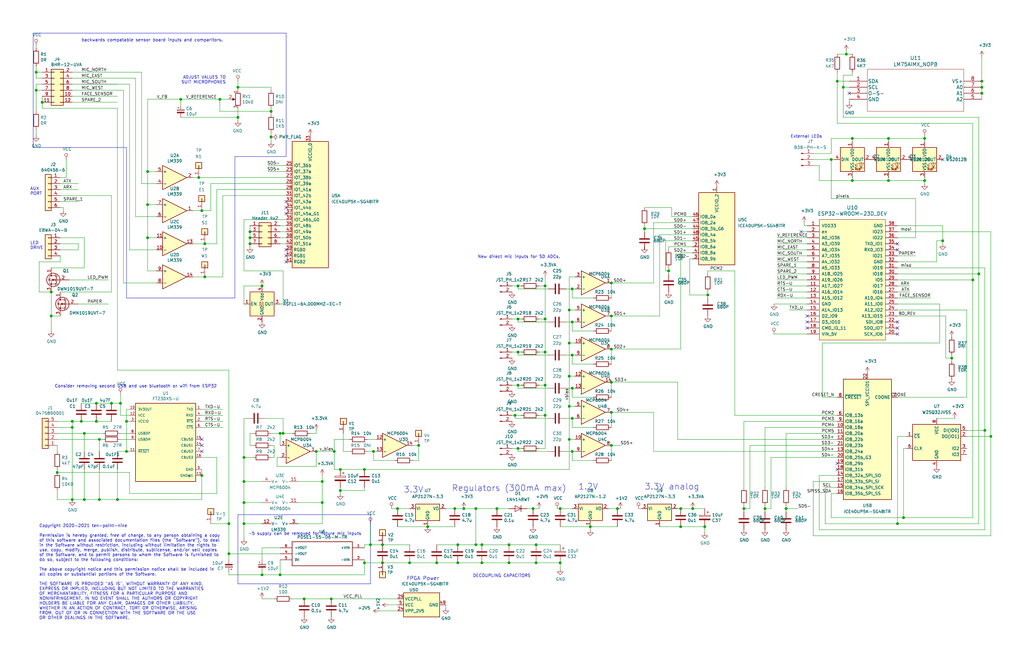
<source format=kicad_sch>
(kicad_sch (version 20200828) (generator eeschema)
  (page 1 1)
  (paper "B")
  (title_block (title "freETarget") (date "2021-04-06") (rev "4.0") (company "github.com/ten-point-nine/freETarget") (comment 1 "Arduino Mega replaced with ESP32-Wroom") (comment 2 "Logic replaced with FPGA"))
  (junction (at 15.24 30.48) (diameter 1.016))
  (junction (at 15.24 38.1) (diameter 1.016))
  (junction (at 17.78 43.18) (diameter 1.016))
  (junction (at 21.59 123.19) (diameter 1.016))
  (junction (at 21.59 133.35) (diameter 1.016))
  (junction (at 24.13 199.39) (diameter 1.016))
  (junction (at 30.48 177.8) (diameter 1.016))
  (junction (at 30.48 180.34) (diameter 1.016))
  (junction (at 30.48 210.82) (diameter 1.016))
  (junction (at 34.29 177.8) (diameter 1.016))
  (junction (at 35.56 182.88) (diameter 1.016))
  (junction (at 35.56 210.82) (diameter 1.016))
  (junction (at 40.64 170.18) (diameter 1.016))
  (junction (at 40.64 177.8) (diameter 1.016))
  (junction (at 41.91 185.42) (diameter 1.016))
  (junction (at 41.91 210.82) (diameter 1.016))
  (junction (at 46.99 170.18) (diameter 1.016))
  (junction (at 49.53 210.82) (diameter 1.016))
  (junction (at 50.8 170.18) (diameter 1.016))
  (junction (at 53.34 177.8) (diameter 1.016))
  (junction (at 53.34 190.5) (diameter 1.016))
  (junction (at 62.23 72.39) (diameter 1.016))
  (junction (at 62.23 86.36) (diameter 1.016))
  (junction (at 62.23 100.33) (diameter 1.016))
  (junction (at 76.2 41.91) (diameter 1.016))
  (junction (at 83.82 74.93) (diameter 1.016))
  (junction (at 85.09 88.9) (diameter 1.016))
  (junction (at 85.09 200.66) (diameter 1.016))
  (junction (at 86.36 102.87) (diameter 1.016))
  (junction (at 86.36 116.84) (diameter 1.016))
  (junction (at 92.71 41.91) (diameter 1.016))
  (junction (at 96.52 220.98) (diameter 1.016))
  (junction (at 96.52 233.68) (diameter 1.016))
  (junction (at 100.33 36.83) (diameter 1.016))
  (junction (at 100.33 49.53) (diameter 1.016))
  (junction (at 102.87 193.04) (diameter 1.016))
  (junction (at 102.87 203.2) (diameter 1.016))
  (junction (at 102.87 212.09) (diameter 1.016))
  (junction (at 102.87 220.98) (diameter 1.016))
  (junction (at 105.41 97.79) (diameter 1.016))
  (junction (at 105.41 100.33) (diameter 1.016))
  (junction (at 105.41 102.87) (diameter 1.016))
  (junction (at 110.49 120.65) (diameter 1.016))
  (junction (at 110.49 242.57) (diameter 1.016))
  (junction (at 114.3 46.99) (diameter 1.016))
  (junction (at 114.3 57.785) (diameter 1.016))
  (junction (at 118.11 182.88) (diameter 1.016))
  (junction (at 118.11 242.57) (diameter 1.016))
  (junction (at 119.38 182.88) (diameter 1.016))
  (junction (at 128.27 252.73) (diameter 1.016))
  (junction (at 133.35 190.5) (diameter 1.016))
  (junction (at 135.89 203.2) (diameter 1.016))
  (junction (at 135.89 212.09) (diameter 1.016))
  (junction (at 139.7 252.73) (diameter 1.016))
  (junction (at 140.97 190.5) (diameter 1.016))
  (junction (at 143.51 198.12) (diameter 1.016))
  (junction (at 143.51 207.01) (diameter 1.016))
  (junction (at 153.67 198.12) (diameter 1.016))
  (junction (at 153.67 237.49) (diameter 1.016))
  (junction (at 156.21 229.87) (diameter 1.016))
  (junction (at 157.48 190.5) (diameter 1.016))
  (junction (at 161.29 229.87) (diameter 1.016))
  (junction (at 161.29 237.49) (diameter 1.016))
  (junction (at 167.64 214.63) (diameter 1.016))
  (junction (at 172.72 237.49) (diameter 1.016))
  (junction (at 176.53 187.96) (diameter 1.016))
  (junction (at 180.34 222.25) (diameter 1.016))
  (junction (at 184.15 237.49) (diameter 1.016))
  (junction (at 191.77 214.63) (diameter 1.016))
  (junction (at 193.04 229.87) (diameter 1.016))
  (junction (at 193.04 237.49) (diameter 1.016))
  (junction (at 195.58 214.63) (diameter 1.016))
  (junction (at 200.66 214.63) (diameter 1.016))
  (junction (at 200.66 229.87) (diameter 1.016))
  (junction (at 203.2 229.87) (diameter 1.016))
  (junction (at 203.2 237.49) (diameter 1.016))
  (junction (at 209.55 214.63) (diameter 1.016))
  (junction (at 214.63 229.87) (diameter 1.016))
  (junction (at 214.63 237.49) (diameter 1.016))
  (junction (at 217.17 175.26) (diameter 1.016))
  (junction (at 218.44 120.65) (diameter 1.016))
  (junction (at 218.44 134.62) (diameter 1.016))
  (junction (at 218.44 148.59) (diameter 1.016))
  (junction (at 218.44 162.56) (diameter 1.016))
  (junction (at 218.44 189.23) (diameter 1.016))
  (junction (at 224.79 214.63) (diameter 1.016))
  (junction (at 226.06 229.87) (diameter 1.016))
  (junction (at 226.06 237.49) (diameter 1.016))
  (junction (at 229.87 120.65) (diameter 1.016))
  (junction (at 229.87 134.62) (diameter 1.016))
  (junction (at 229.87 148.59) (diameter 1.016))
  (junction (at 229.87 162.56) (diameter 1.016))
  (junction (at 229.87 175.26) (diameter 1.016))
  (junction (at 236.22 214.63) (diameter 1.016))
  (junction (at 236.22 237.49) (diameter 1.016))
  (junction (at 240.03 130.81) (diameter 1.016))
  (junction (at 240.03 144.78) (diameter 1.016))
  (junction (at 240.03 158.75) (diameter 1.016))
  (junction (at 240.03 171.45) (diameter 1.016))
  (junction (at 240.03 185.42) (diameter 1.016))
  (junction (at 241.3 121.92) (diameter 1.016))
  (junction (at 241.3 135.89) (diameter 1.016))
  (junction (at 241.3 149.86) (diameter 1.016))
  (junction (at 241.3 163.83) (diameter 1.016))
  (junction (at 241.3 176.53) (diameter 1.016))
  (junction (at 241.3 190.5) (diameter 1.016))
  (junction (at 248.92 222.25) (diameter 1.016))
  (junction (at 257.81 119.38) (diameter 1.016))
  (junction (at 257.81 133.35) (diameter 1.016))
  (junction (at 257.81 147.32) (diameter 1.016))
  (junction (at 257.81 161.29) (diameter 1.016))
  (junction (at 257.81 173.99) (diameter 1.016))
  (junction (at 257.81 187.96) (diameter 1.016))
  (junction (at 260.35 214.63) (diameter 1.016))
  (junction (at 271.78 96.52) (diameter 1.016))
  (junction (at 281.94 114.3) (diameter 1.016))
  (junction (at 287.02 214.63) (diameter 1.016))
  (junction (at 287.02 222.25) (diameter 1.016))
  (junction (at 292.1 214.63) (diameter 1.016))
  (junction (at 297.18 222.25) (diameter 1.016))
  (junction (at 298.45 124.46) (diameter 1.016))
  (junction (at 313.69 214.63) (diameter 1.016))
  (junction (at 322.58 214.63) (diameter 1.016))
  (junction (at 331.47 214.63) (diameter 1.016))
  (junction (at 350.52 67.31) (diameter 1.016))
  (junction (at 353.06 34.29) (diameter 1.016))
  (junction (at 355.6 36.83) (diameter 1.016))
  (junction (at 356.87 22.86) (diameter 1.016))
  (junction (at 359.41 58.42) (diameter 1.016))
  (junction (at 359.41 76.2) (diameter 1.016))
  (junction (at 374.65 58.42) (diameter 1.016))
  (junction (at 374.65 76.2) (diameter 1.016))
  (junction (at 378.46 220.98) (diameter 1.016))
  (junction (at 381 218.44) (diameter 1.016))
  (junction (at 389.89 58.42) (diameter 1.016))
  (junction (at 389.89 76.2) (diameter 1.016))
  (junction (at 397.51 101.6) (diameter 1.016))
  (junction (at 401.32 151.13) (diameter 1.016))
  (junction (at 410.21 118.11) (diameter 1.016))
  (junction (at 412.75 115.57) (diameter 1.016))
  (junction (at 414.02 34.29) (diameter 1.016))
  (junction (at 414.02 36.83) (diameter 1.016))
  (junction (at 414.02 39.37) (diameter 1.016))
  (junction (at 415.29 181.61) (diameter 1.016))
  (junction (at 417.83 184.15) (diameter 1.016))
  (no_connect (at 120.65 105.41))
  (no_connect (at 85.09 185.42))
  (no_connect (at 397.51 67.31))
  (no_connect (at 120.65 85.09))
  (no_connect (at 340.36 133.35))
  (no_connect (at 85.09 187.96))
  (no_connect (at 340.36 138.43))
  (no_connect (at 378.46 105.41))
  (no_connect (at 378.46 135.89))
  (no_connect (at 85.09 190.5))
  (no_connect (at 337.82 97.79))
  (no_connect (at 353.06 198.12))
  (no_connect (at 378.46 138.43))
  (no_connect (at 120.65 107.95))
  (no_connect (at 378.46 140.97))
  (no_connect (at 340.36 135.89))
  (no_connect (at 358.14 39.37))
  (no_connect (at 120.65 87.63))
  (no_connect (at 120.65 90.17))
  (no_connect (at 120.65 110.49))
  (no_connect (at 378.46 102.87))
  (no_connect (at 353.06 195.58))
  (wire (pts (xy 15.24 19.05) (xy 15.24 20.32)))
  (wire (pts (xy 15.24 27.94) (xy 15.24 30.48)))
  (wire (pts (xy 15.24 30.48) (xy 17.78 30.48)))
  (wire (pts (xy 15.24 33.02) (xy 15.24 30.48)))
  (wire (pts (xy 15.24 33.02) (xy 17.78 33.02)))
  (wire (pts (xy 15.24 35.56) (xy 15.24 38.1)))
  (wire (pts (xy 15.24 38.1) (xy 15.24 46.99)))
  (wire (pts (xy 15.24 54.61) (xy 15.24 57.15)))
  (wire (pts (xy 16.51 110.49) (xy 16.51 123.19)))
  (wire (pts (xy 16.51 123.19) (xy 21.59 123.19)))
  (wire (pts (xy 17.78 35.56) (xy 15.24 35.56)))
  (wire (pts (xy 17.78 38.1) (xy 15.24 38.1)))
  (wire (pts (xy 17.78 40.64) (xy 17.78 43.18)))
  (wire (pts (xy 17.78 43.18) (xy 17.78 45.72)))
  (wire (pts (xy 17.78 45.72) (xy 49.53 45.72)))
  (wire (pts (xy 21.59 113.03) (xy 35.56 113.03)))
  (wire (pts (xy 21.59 123.19) (xy 21.59 133.35)))
  (wire (pts (xy 21.59 133.35) (xy 21.59 139.7)))
  (wire (pts (xy 24.13 177.8) (xy 30.48 177.8)))
  (wire (pts (xy 24.13 180.34) (xy 30.48 180.34)))
  (wire (pts (xy 24.13 182.88) (xy 35.56 182.88)))
  (wire (pts (xy 24.13 185.42) (xy 41.91 185.42)))
  (wire (pts (xy 24.13 187.96) (xy 24.13 190.5)))
  (wire (pts (xy 24.13 198.12) (xy 24.13 199.39)))
  (wire (pts (xy 24.13 199.39) (xy 54.61 199.39)))
  (wire (pts (xy 24.13 207.01) (xy 24.13 210.82)))
  (wire (pts (xy 24.13 210.82) (xy 30.48 210.82)))
  (wire (pts (xy 25.4 77.47) (xy 33.02 77.47)))
  (wire (pts (xy 25.4 85.09) (xy 33.02 85.09)))
  (wire (pts (xy 25.4 87.63) (xy 26.67 87.63)))
  (wire (pts (xy 25.4 102.87) (xy 33.02 102.87)))
  (wire (pts (xy 25.4 107.95) (xy 25.4 110.49)))
  (wire (pts (xy 25.4 110.49) (xy 16.51 110.49)))
  (wire (pts (xy 25.4 123.19) (xy 46.99 123.19)))
  (wire (pts (xy 25.4 133.35) (xy 21.59 133.35)))
  (wire (pts (xy 26.67 87.63) (xy 26.67 88.9)))
  (wire (pts (xy 27.94 67.31) (xy 27.94 74.93)))
  (wire (pts (xy 27.94 74.93) (xy 25.4 74.93)))
  (wire (pts (xy 29.21 118.11) (xy 45.72 118.11)))
  (wire (pts (xy 30.48 30.48) (xy 59.69 30.48)))
  (wire (pts (xy 30.48 33.02) (xy 57.15 33.02)))
  (wire (pts (xy 30.48 35.56) (xy 54.61 35.56)))
  (wire (pts (xy 30.48 38.1) (xy 52.07 38.1)))
  (wire (pts (xy 30.48 43.18) (xy 49.53 43.18)))
  (wire (pts (xy 30.48 177.8) (xy 30.48 180.34)))
  (wire (pts (xy 30.48 180.34) (xy 30.48 210.82)))
  (wire (pts (xy 33.02 80.01) (xy 25.4 80.01)))
  (wire (pts (xy 33.02 102.87) (xy 33.02 105.41)))
  (wire (pts (xy 33.02 105.41) (xy 25.4 105.41)))
  (wire (pts (xy 33.02 128.27) (xy 45.72 128.27)))
  (wire (pts (xy 34.29 170.18) (xy 40.64 170.18)))
  (wire (pts (xy 34.29 177.8) (xy 30.48 177.8)))
  (wire (pts (xy 35.56 100.33) (xy 25.4 100.33)))
  (wire (pts (xy 35.56 113.03) (xy 35.56 100.33)))
  (wire (pts (xy 35.56 182.88) (xy 43.18 182.88)))
  (wire (pts (xy 35.56 190.5) (xy 35.56 182.88)))
  (wire (pts (xy 35.56 198.12) (xy 35.56 210.82)))
  (wire (pts (xy 35.56 210.82) (xy 30.48 210.82)))
  (wire (pts (xy 35.56 210.82) (xy 41.91 210.82)))
  (wire (pts (xy 40.64 170.18) (xy 46.99 170.18)))
  (wire (pts (xy 40.64 177.8) (xy 34.29 177.8)))
  (wire (pts (xy 41.91 185.42) (xy 41.91 190.5)))
  (wire (pts (xy 41.91 185.42) (xy 43.18 185.42)))
  (wire (pts (xy 41.91 198.12) (xy 41.91 210.82)))
  (wire (pts (xy 46.99 82.55) (xy 25.4 82.55)))
  (wire (pts (xy 46.99 123.19) (xy 46.99 82.55)))
  (wire (pts (xy 46.99 170.18) (xy 50.8 170.18)))
  (wire (pts (xy 46.99 177.8) (xy 40.64 177.8)))
  (wire (pts (xy 49.53 40.64) (xy 30.48 40.64)))
  (wire (pts (xy 49.53 156.21) (xy 49.53 45.72)))
  (wire (pts (xy 49.53 156.21) (xy 96.52 156.21)))
  (wire (pts (xy 49.53 190.5) (xy 53.34 190.5)))
  (wire (pts (xy 49.53 198.12) (xy 49.53 210.82)))
  (wire (pts (xy 49.53 210.82) (xy 41.91 210.82)))
  (wire (pts (xy 50.8 170.18) (xy 50.8 166.37)))
  (wire (pts (xy 50.8 170.18) (xy 50.8 175.26)))
  (wire (pts (xy 50.8 175.26) (xy 54.61 175.26)))
  (wire (pts (xy 50.8 182.88) (xy 54.61 182.88)))
  (wire (pts (xy 50.8 185.42) (xy 54.61 185.42)))
  (wire (pts (xy 52.07 38.1) (xy 52.07 119.38)))
  (wire (pts (xy 52.07 119.38) (xy 66.04 119.38)))
  (wire (pts (xy 53.34 172.72) (xy 53.34 177.8)))
  (wire (pts (xy 53.34 177.8) (xy 53.34 190.5)))
  (wire (pts (xy 53.34 177.8) (xy 54.61 177.8)))
  (wire (pts (xy 53.34 190.5) (xy 54.61 190.5)))
  (wire (pts (xy 54.61 35.56) (xy 54.61 105.41)))
  (wire (pts (xy 54.61 105.41) (xy 66.04 105.41)))
  (wire (pts (xy 54.61 172.72) (xy 53.34 172.72)))
  (wire (pts (xy 54.61 199.39) (xy 54.61 208.28)))
  (wire (pts (xy 54.61 208.28) (xy 91.44 208.28)))
  (wire (pts (xy 57.15 33.02) (xy 57.15 91.44)))
  (wire (pts (xy 57.15 91.44) (xy 66.04 91.44)))
  (wire (pts (xy 59.69 77.47) (xy 59.69 30.48)))
  (wire (pts (xy 59.69 77.47) (xy 66.04 77.47)))
  (wire (pts (xy 62.23 41.91) (xy 62.23 72.39)))
  (wire (pts (xy 62.23 72.39) (xy 66.04 72.39)))
  (wire (pts (xy 62.23 86.36) (xy 62.23 72.39)))
  (wire (pts (xy 62.23 86.36) (xy 62.23 100.33)))
  (wire (pts (xy 62.23 100.33) (xy 62.23 114.3)))
  (wire (pts (xy 66.04 86.36) (xy 62.23 86.36)))
  (wire (pts (xy 66.04 100.33) (xy 62.23 100.33)))
  (wire (pts (xy 66.04 114.3) (xy 62.23 114.3)))
  (wire (pts (xy 76.2 41.91) (xy 62.23 41.91)))
  (wire (pts (xy 76.2 41.91) (xy 76.2 44.45)))
  (wire (pts (xy 76.2 49.53) (xy 100.33 49.53)))
  (wire (pts (xy 81.28 74.93) (xy 83.82 74.93)))
  (wire (pts (xy 81.28 88.9) (xy 85.09 88.9)))
  (wire (pts (xy 81.28 102.87) (xy 86.36 102.87)))
  (wire (pts (xy 81.28 116.84) (xy 86.36 116.84)))
  (wire (pts (xy 83.82 74.93) (xy 120.65 74.93)))
  (wire (pts (xy 85.09 172.72) (xy 93.98 172.72)))
  (wire (pts (xy 85.09 175.26) (xy 93.98 175.26)))
  (wire (pts (xy 85.09 177.8) (xy 93.98 177.8)))
  (wire (pts (xy 85.09 180.34) (xy 93.98 180.34)))
  (wire (pts (xy 85.09 198.12) (xy 85.09 200.66)))
  (wire (pts (xy 85.09 200.66) (xy 85.09 210.82)))
  (wire (pts (xy 85.09 210.82) (xy 49.53 210.82)))
  (wire (pts (xy 86.36 102.87) (xy 91.44 102.87)))
  (wire (pts (xy 86.36 116.84) (xy 93.98 116.84)))
  (wire (pts (xy 88.9 77.47) (xy 88.9 88.9)))
  (wire (pts (xy 88.9 77.47) (xy 120.65 77.47)))
  (wire (pts (xy 88.9 88.9) (xy 85.09 88.9)))
  (wire (pts (xy 88.9 220.98) (xy 96.52 220.98)))
  (wire (pts (xy 91.44 80.01) (xy 120.65 80.01)))
  (wire (pts (xy 91.44 102.87) (xy 91.44 80.01)))
  (wire (pts (xy 91.44 193.04) (xy 85.09 193.04)))
  (wire (pts (xy 91.44 208.28) (xy 91.44 193.04)))
  (wire (pts (xy 92.71 41.91) (xy 76.2 41.91)))
  (wire (pts (xy 92.71 46.99) (xy 92.71 41.91)))
  (wire (pts (xy 93.98 82.55) (xy 120.65 82.55)))
  (wire (pts (xy 93.98 116.84) (xy 93.98 82.55)))
  (wire (pts (xy 96.52 41.91) (xy 92.71 41.91)))
  (wire (pts (xy 96.52 156.21) (xy 96.52 220.98)))
  (wire (pts (xy 96.52 220.98) (xy 96.52 233.68)))
  (wire (pts (xy 96.52 233.68) (xy 96.52 236.22)))
  (wire (pts (xy 96.52 233.68) (xy 118.11 233.68)))
  (wire (pts (xy 96.52 241.3) (xy 96.52 242.57)))
  (wire (pts (xy 96.52 242.57) (xy 110.49 242.57)))
  (wire (pts (xy 100.33 36.83) (xy 100.33 34.29)))
  (wire (pts (xy 100.33 36.83) (xy 114.3 36.83)))
  (wire (pts (xy 100.33 38.1) (xy 100.33 36.83)))
  (wire (pts (xy 100.33 45.72) (xy 100.33 49.53)))
  (wire (pts (xy 100.33 49.53) (xy 100.33 50.8)))
  (wire (pts (xy 102.87 92.71) (xy 120.65 92.71)))
  (wire (pts (xy 102.87 114.3) (xy 102.87 92.71)))
  (wire (pts (xy 102.87 120.65) (xy 102.87 128.27)))
  (wire (pts (xy 102.87 176.53) (xy 102.87 193.04)))
  (wire (pts (xy 102.87 193.04) (xy 102.87 203.2)))
  (wire (pts (xy 102.87 203.2) (xy 102.87 212.09)))
  (wire (pts (xy 102.87 212.09) (xy 102.87 220.98)))
  (wire (pts (xy 102.87 220.98) (xy 110.49 220.98)))
  (wire (pts (xy 102.87 227.33) (xy 102.87 220.98)))
  (wire (pts (xy 104.14 176.53) (xy 102.87 176.53)))
  (wire (pts (xy 105.41 97.79) (xy 105.41 95.25)))
  (wire (pts (xy 105.41 100.33) (xy 105.41 97.79)))
  (wire (pts (xy 105.41 102.87) (xy 105.41 100.33)))
  (wire (pts (xy 105.41 102.87) (xy 105.41 104.14)))
  (wire (pts (xy 105.41 182.88) (xy 105.41 187.96)))
  (wire (pts (xy 105.41 187.96) (xy 106.68 187.96)))
  (wire (pts (xy 106.68 182.88) (xy 105.41 182.88)))
  (wire (pts (xy 106.68 193.04) (xy 102.87 193.04)))
  (wire (pts (xy 110.49 120.65) (xy 102.87 120.65)))
  (wire (pts (xy 110.49 203.2) (xy 102.87 203.2)))
  (wire (pts (xy 110.49 212.09) (xy 102.87 212.09)))
  (wire (pts (xy 110.49 231.14) (xy 110.49 236.22)))
  (wire (pts (xy 110.49 241.3) (xy 110.49 242.57)))
  (wire (pts (xy 110.49 242.57) (xy 118.11 242.57)))
  (wire (pts (xy 110.49 252.73) (xy 115.57 252.73)))
  (wire (pts (xy 111.76 176.53) (xy 119.38 176.53)))
  (wire (pts (xy 113.03 69.85) (xy 120.65 69.85)))
  (wire (pts (xy 113.03 72.39) (xy 120.65 72.39)))
  (wire (pts (xy 114.3 36.83) (xy 114.3 38.1)))
  (wire (pts (xy 114.3 45.72) (xy 114.3 46.99)))
  (wire (pts (xy 114.3 46.99) (xy 92.71 46.99)))
  (wire (pts (xy 114.3 46.99) (xy 114.3 48.26)))
  (wire (pts (xy 114.3 55.88) (xy 114.3 57.785)))
  (wire (pts (xy 114.3 57.785) (xy 114.3 59.69)))
  (wire (pts (xy 114.3 182.88) (xy 118.11 182.88)))
  (wire (pts (xy 114.3 187.96) (xy 115.57 187.96)))
  (wire (pts (xy 115.57 187.96) (xy 115.57 193.04)))
  (wire (pts (xy 115.57 193.04) (xy 114.3 193.04)))
  (wire (pts (xy 116.84 193.04) (xy 118.11 193.04)))
  (wire (pts (xy 116.84 196.85) (xy 116.84 193.04)))
  (wire (pts (xy 118.11 95.25) (xy 120.65 95.25)))
  (wire (pts (xy 118.11 97.79) (xy 120.65 97.79)))
  (wire (pts (xy 118.11 100.33) (xy 120.65 100.33)))
  (wire (pts (xy 118.11 102.87) (xy 120.65 102.87)))
  (wire (pts (xy 118.11 128.27) (xy 119.38 128.27)))
  (wire (pts (xy 118.11 182.88) (xy 118.11 187.96)))
  (wire (pts (xy 118.11 182.88) (xy 119.38 182.88)))
  (wire (pts (xy 118.11 231.14) (xy 110.49 231.14)))
  (wire (pts (xy 118.11 236.22) (xy 118.11 242.57)))
  (wire (pts (xy 118.11 242.57) (xy 153.67 242.57)))
  (wire (pts (xy 119.38 114.3) (xy 102.87 114.3)))
  (wire (pts (xy 119.38 128.27) (xy 119.38 114.3)))
  (wire (pts (xy 119.38 176.53) (xy 119.38 182.88)))
  (wire (pts (xy 119.38 182.88) (xy 123.19 182.88)))
  (wire (pts (xy 123.19 252.73) (xy 128.27 252.73)))
  (wire (pts (xy 125.73 203.2) (xy 135.89 203.2)))
  (wire (pts (xy 125.73 212.09) (xy 135.89 212.09)))
  (wire (pts (xy 128.27 252.73) (xy 139.7 252.73)))
  (wire (pts (xy 133.35 181.61) (xy 133.35 182.88)))
  (wire (pts (xy 133.35 182.88) (xy 130.81 182.88)))
  (wire (pts (xy 133.35 190.5) (xy 133.35 196.85)))
  (wire (pts (xy 133.35 190.5) (xy 140.97 190.5)))
  (wire (pts (xy 133.35 196.85) (xy 116.84 196.85)))
  (wire (pts (xy 135.89 200.66) (xy 135.89 203.2)))
  (wire (pts (xy 135.89 203.2) (xy 135.89 212.09)))
  (wire (pts (xy 135.89 212.09) (xy 135.89 220.98)))
  (wire (pts (xy 135.89 220.98) (xy 125.73 220.98)))
  (wire (pts (xy 139.7 252.73) (xy 167.64 252.73)))
  (wire (pts (xy 140.97 185.42) (xy 147.32 185.42)))
  (wire (pts (xy 140.97 190.5) (xy 140.97 185.42)))
  (wire (pts (xy 140.97 198.12) (xy 140.97 190.5)))
  (wire (pts (xy 143.51 198.12) (xy 140.97 198.12)))
  (wire (pts (xy 143.51 205.74) (xy 143.51 207.01)))
  (wire (pts (xy 143.51 207.01) (xy 143.51 208.28)))
  (wire (pts (xy 143.51 207.01) (xy 153.67 207.01)))
  (wire (pts (xy 144.78 190.5) (xy 144.78 182.88)))
  (wire (pts (xy 147.32 190.5) (xy 144.78 190.5)))
  (wire (pts (xy 153.67 198.12) (xy 143.51 198.12)))
  (wire (pts (xy 153.67 207.01) (xy 153.67 205.74)))
  (wire (pts (xy 153.67 229.87) (xy 153.67 231.14)))
  (wire (pts (xy 153.67 236.22) (xy 153.67 237.49)))
  (wire (pts (xy 153.67 237.49) (xy 161.29 237.49)))
  (wire (pts (xy 153.67 242.57) (xy 153.67 237.49)))
  (wire (pts (xy 154.94 185.42) (xy 158.75 185.42)))
  (wire (pts (xy 154.94 190.5) (xy 157.48 190.5)))
  (wire (pts (xy 156.21 220.98) (xy 156.21 229.87)))
  (wire (pts (xy 156.21 229.87) (xy 153.67 229.87)))
  (wire (pts (xy 157.48 190.5) (xy 158.75 190.5)))
  (wire (pts (xy 157.48 194.31) (xy 157.48 190.5)))
  (wire (pts (xy 160.02 257.81) (xy 167.64 257.81)))
  (wire (pts (xy 161.29 229.87) (xy 156.21 229.87)))
  (wire (pts (xy 161.29 229.87) (xy 172.72 229.87)))
  (wire (pts (xy 161.29 237.49) (xy 172.72 237.49)))
  (wire (pts (xy 163.83 255.27) (xy 167.64 255.27)))
  (wire (pts (xy 165.1 214.63) (xy 167.64 214.63)))
  (wire (pts (xy 166.37 194.31) (xy 157.48 194.31)))
  (wire (pts (xy 167.64 214.63) (xy 172.72 214.63)))
  (wire (pts (xy 167.64 222.25) (xy 180.34 222.25)))
  (wire (pts (xy 172.72 237.49) (xy 184.15 237.49)))
  (wire (pts (xy 173.99 194.31) (xy 176.53 194.31)))
  (wire (pts (xy 176.53 187.96) (xy 173.99 187.96)))
  (wire (pts (xy 176.53 194.31) (xy 176.53 187.96)))
  (wire (pts (xy 180.34 222.25) (xy 191.77 222.25)))
  (wire (pts (xy 184.15 229.87) (xy 193.04 229.87)))
  (wire (pts (xy 184.15 237.49) (xy 193.04 237.49)))
  (wire (pts (xy 187.96 214.63) (xy 191.77 214.63)))
  (wire (pts (xy 187.96 255.27) (xy 187.96 256.54)))
  (wire (pts (xy 191.77 214.63) (xy 195.58 214.63)))
  (wire (pts (xy 193.04 229.87) (xy 200.66 229.87)))
  (wire (pts (xy 193.04 237.49) (xy 203.2 237.49)))
  (wire (pts (xy 195.58 214.63) (xy 200.66 214.63)))
  (wire (pts (xy 200.66 214.63) (xy 200.66 229.87)))
  (wire (pts (xy 200.66 214.63) (xy 209.55 214.63)))
  (wire (pts (xy 200.66 229.87) (xy 203.2 229.87)))
  (wire (pts (xy 203.2 229.87) (xy 214.63 229.87)))
  (wire (pts (xy 203.2 237.49) (xy 214.63 237.49)))
  (wire (pts (xy 209.55 214.63) (xy 214.63 214.63)))
  (wire (pts (xy 214.63 229.87) (xy 226.06 229.87)))
  (wire (pts (xy 214.63 237.49) (xy 226.06 237.49)))
  (wire (pts (xy 215.9 120.65) (xy 218.44 120.65)))
  (wire (pts (xy 215.9 134.62) (xy 218.44 134.62)))
  (wire (pts (xy 215.9 148.59) (xy 218.44 148.59)))
  (wire (pts (xy 215.9 162.56) (xy 218.44 162.56)))
  (wire (pts (xy 215.9 175.26) (xy 217.17 175.26)))
  (wire (pts (xy 215.9 189.23) (xy 218.44 189.23)))
  (wire (pts (xy 217.17 175.26) (xy 219.71 175.26)))
  (wire (pts (xy 217.17 176.53) (xy 217.17 175.26)))
  (wire (pts (xy 218.44 120.65) (xy 219.71 120.65)))
  (wire (pts (xy 218.44 121.92) (xy 218.44 120.65)))
  (wire (pts (xy 218.44 134.62) (xy 219.71 134.62)))
  (wire (pts (xy 218.44 135.89) (xy 218.44 134.62)))
  (wire (pts (xy 218.44 148.59) (xy 219.71 148.59)))
  (wire (pts (xy 218.44 149.86) (xy 218.44 148.59)))
  (wire (pts (xy 218.44 162.56) (xy 219.71 162.56)))
  (wire (pts (xy 218.44 163.83) (xy 218.44 162.56)))
  (wire (pts (xy 218.44 189.23) (xy 219.71 189.23)))
  (wire (pts (xy 218.44 190.5) (xy 218.44 189.23)))
  (wire (pts (xy 222.25 214.63) (xy 224.79 214.63)))
  (wire (pts (xy 224.79 214.63) (xy 227.33 214.63)))
  (wire (pts (xy 226.06 229.87) (xy 236.22 229.87)))
  (wire (pts (xy 226.06 237.49) (xy 236.22 237.49)))
  (wire (pts (xy 227.33 120.65) (xy 229.87 120.65)))
  (wire (pts (xy 227.33 134.62) (xy 229.87 134.62)))
  (wire (pts (xy 227.33 148.59) (xy 229.87 148.59)))
  (wire (pts (xy 227.33 162.56) (xy 229.87 162.56)))
  (wire (pts (xy 227.33 175.26) (xy 229.87 175.26)))
  (wire (pts (xy 227.33 189.23) (xy 229.87 189.23)))
  (wire (pts (xy 229.87 120.65) (xy 229.87 116.84)))
  (wire (pts (xy 229.87 134.62) (xy 229.87 120.65)))
  (wire (pts (xy 229.87 148.59) (xy 229.87 134.62)))
  (wire (pts (xy 229.87 162.56) (xy 229.87 148.59)))
  (wire (pts (xy 229.87 162.56) (xy 229.87 175.26)))
  (wire (pts (xy 229.87 175.26) (xy 229.87 189.23)))
  (wire (pts (xy 231.14 121.92) (xy 218.44 121.92)))
  (wire (pts (xy 231.14 135.89) (xy 218.44 135.89)))
  (wire (pts (xy 231.14 149.86) (xy 218.44 149.86)))
  (wire (pts (xy 231.14 163.83) (xy 218.44 163.83)))
  (wire (pts (xy 231.14 176.53) (xy 217.17 176.53)))
  (wire (pts (xy 231.14 190.5) (xy 218.44 190.5)))
  (wire (pts (xy 234.95 214.63) (xy 236.22 214.63)))
  (wire (pts (xy 236.22 214.63) (xy 241.3 214.63)))
  (wire (pts (xy 236.22 222.25) (xy 248.92 222.25)))
  (wire (pts (xy 236.22 237.49) (xy 236.22 240.03)))
  (wire (pts (xy 238.76 121.92) (xy 241.3 121.92)))
  (wire (pts (xy 238.76 135.89) (xy 241.3 135.89)))
  (wire (pts (xy 238.76 149.86) (xy 241.3 149.86)))
  (wire (pts (xy 238.76 163.83) (xy 241.3 163.83)))
  (wire (pts (xy 238.76 176.53) (xy 241.3 176.53)))
  (wire (pts (xy 238.76 190.5) (xy 241.3 190.5)))
  (wire (pts (xy 240.03 116.84) (xy 240.03 130.81)))
  (wire (pts (xy 240.03 130.81) (xy 240.03 144.78)))
  (wire (pts (xy 240.03 130.81) (xy 242.57 130.81)))
  (wire (pts (xy 240.03 144.78) (xy 240.03 158.75)))
  (wire (pts (xy 240.03 144.78) (xy 242.57 144.78)))
  (wire (pts (xy 240.03 158.75) (xy 240.03 171.45)))
  (wire (pts (xy 240.03 158.75) (xy 242.57 158.75)))
  (wire (pts (xy 240.03 171.45) (xy 242.57 171.45)))
  (wire (pts (xy 240.03 185.42) (xy 240.03 171.45)))
  (wire (pts (xy 240.03 185.42) (xy 240.03 198.12)))
  (wire (pts (xy 240.03 198.12) (xy 153.67 198.12)))
  (wire (pts (xy 241.3 121.92) (xy 242.57 121.92)))
  (wire (pts (xy 241.3 125.73) (xy 241.3 121.92)))
  (wire (pts (xy 241.3 135.89) (xy 242.57 135.89)))
  (wire (pts (xy 241.3 139.7) (xy 241.3 135.89)))
  (wire (pts (xy 241.3 149.86) (xy 242.57 149.86)))
  (wire (pts (xy 241.3 153.67) (xy 241.3 149.86)))
  (wire (pts (xy 241.3 163.83) (xy 242.57 163.83)))
  (wire (pts (xy 241.3 167.64) (xy 241.3 163.83)))
  (wire (pts (xy 241.3 176.53) (xy 242.57 176.53)))
  (wire (pts (xy 241.3 180.34) (xy 241.3 176.53)))
  (wire (pts (xy 241.3 190.5) (xy 242.57 190.5)))
  (wire (pts (xy 241.3 194.31) (xy 241.3 190.5)))
  (wire (pts (xy 242.57 116.84) (xy 240.03 116.84)))
  (wire (pts (xy 242.57 185.42) (xy 240.03 185.42)))
  (wire (pts (xy 248.92 222.25) (xy 248.92 223.52)))
  (wire (pts (xy 248.92 222.25) (xy 260.35 222.25)))
  (wire (pts (xy 250.19 125.73) (xy 241.3 125.73)))
  (wire (pts (xy 250.19 139.7) (xy 241.3 139.7)))
  (wire (pts (xy 250.19 153.67) (xy 241.3 153.67)))
  (wire (pts (xy 250.19 167.64) (xy 241.3 167.64)))
  (wire (pts (xy 250.19 180.34) (xy 241.3 180.34)))
  (wire (pts (xy 250.19 194.31) (xy 241.3 194.31)))
  (wire (pts (xy 256.54 214.63) (xy 260.35 214.63)))
  (wire (pts (xy 257.81 119.38) (xy 257.81 125.73)))
  (wire (pts (xy 257.81 133.35) (xy 257.81 139.7)))
  (wire (pts (xy 257.81 147.32) (xy 257.81 153.67)))
  (wire (pts (xy 257.81 161.29) (xy 257.81 167.64)))
  (wire (pts (xy 257.81 161.29) (xy 285.75 161.29)))
  (wire (pts (xy 257.81 173.99) (xy 257.81 180.34)))
  (wire (pts (xy 257.81 187.96) (xy 257.81 194.31)))
  (wire (pts (xy 257.81 187.96) (xy 261.62 187.96)))
  (wire (pts (xy 260.35 214.63) (xy 261.62 214.63)))
  (wire (pts (xy 269.24 214.63) (xy 270.51 214.63)))
  (wire (pts (xy 271.78 95.25) (xy 271.78 96.52)))
  (wire (pts (xy 271.78 96.52) (xy 271.78 97.79)))
  (wire (pts (xy 271.78 96.52) (xy 292.1 96.52)))
  (wire (pts (xy 271.78 104.14) (xy 271.78 105.41)))
  (wire (pts (xy 275.59 93.98) (xy 275.59 119.38)))
  (wire (pts (xy 275.59 119.38) (xy 257.81 119.38)))
  (wire (pts (xy 275.59 173.99) (xy 257.81 173.99)))
  (wire (pts (xy 275.59 190.5) (xy 275.59 173.99)))
  (wire (pts (xy 278.13 99.06) (xy 278.13 133.35)))
  (wire (pts (xy 278.13 133.35) (xy 257.81 133.35)))
  (wire (pts (xy 278.13 222.25) (xy 287.02 222.25)))
  (wire (pts (xy 280.67 101.6) (xy 280.67 114.3)))
  (wire (pts (xy 280.67 114.3) (xy 281.94 114.3)))
  (wire (pts (xy 281.94 104.14) (xy 281.94 105.41)))
  (wire (pts (xy 281.94 113.03) (xy 281.94 114.3)))
  (wire (pts (xy 281.94 114.3) (xy 281.94 115.57)))
  (wire (pts (xy 283.21 87.63) (xy 271.78 87.63)))
  (wire (pts (xy 283.21 91.44) (xy 283.21 87.63)))
  (wire (pts (xy 285.75 185.42) (xy 285.75 161.29)))
  (wire (pts (xy 285.75 185.42) (xy 353.06 185.42)))
  (wire (pts (xy 285.75 214.63) (xy 287.02 214.63)))
  (wire (pts (xy 287.02 106.68) (xy 287.02 147.32)))
  (wire (pts (xy 287.02 147.32) (xy 257.81 147.32)))
  (wire (pts (xy 287.02 214.63) (xy 292.1 214.63)))
  (wire (pts (xy 287.02 222.25) (xy 297.18 222.25)))
  (wire (pts (xy 290.83 109.22) (xy 290.83 124.46)))
  (wire (pts (xy 290.83 124.46) (xy 298.45 124.46)))
  (wire (pts (xy 292.1 91.44) (xy 283.21 91.44)))
  (wire (pts (xy 292.1 93.98) (xy 275.59 93.98)))
  (wire (pts (xy 292.1 99.06) (xy 278.13 99.06)))
  (wire (pts (xy 292.1 101.6) (xy 280.67 101.6)))
  (wire (pts (xy 292.1 104.14) (xy 281.94 104.14)))
  (wire (pts (xy 292.1 106.68) (xy 287.02 106.68)))
  (wire (pts (xy 292.1 109.22) (xy 290.83 109.22)))
  (wire (pts (xy 292.1 214.63) (xy 297.18 214.63)))
  (wire (pts (xy 297.18 222.25) (xy 297.18 224.79)))
  (wire (pts (xy 298.45 114.3) (xy 298.45 115.57)))
  (wire (pts (xy 298.45 114.3) (xy 309.88 114.3)))
  (wire (pts (xy 298.45 123.19) (xy 298.45 124.46)))
  (wire (pts (xy 298.45 124.46) (xy 298.45 125.73)))
  (wire (pts (xy 309.88 114.3) (xy 309.88 175.26)))
  (wire (pts (xy 313.69 177.8) (xy 353.06 177.8)))
  (wire (pts (xy 313.69 205.74) (xy 313.69 177.8)))
  (wire (pts (xy 313.69 213.36) (xy 313.69 214.63)))
  (wire (pts (xy 313.69 214.63) (xy 313.69 215.9)))
  (wire (pts (xy 316.23 187.96) (xy 316.23 214.63)))
  (wire (pts (xy 316.23 214.63) (xy 313.69 214.63)))
  (wire (pts (xy 322.58 180.34) (xy 353.06 180.34)))
  (wire (pts (xy 322.58 205.74) (xy 322.58 180.34)))
  (wire (pts (xy 322.58 213.36) (xy 322.58 214.63)))
  (wire (pts (xy 322.58 214.63) (xy 322.58 215.9)))
  (wire (pts (xy 325.12 193.04) (xy 325.12 214.63)))
  (wire (pts (xy 325.12 214.63) (xy 322.58 214.63)))
  (wire (pts (xy 326.39 128.27) (xy 340.36 128.27)))
  (wire (pts (xy 326.39 140.97) (xy 340.36 140.97)))
  (wire (pts (xy 327.66 100.33) (xy 340.36 100.33)))
  (wire (pts (xy 327.66 102.87) (xy 340.36 102.87)))
  (wire (pts (xy 327.66 105.41) (xy 340.36 105.41)))
  (wire (pts (xy 327.66 107.95) (xy 340.36 107.95)))
  (wire (pts (xy 327.66 110.49) (xy 340.36 110.49)))
  (wire (pts (xy 327.66 113.03) (xy 340.36 113.03)))
  (wire (pts (xy 327.66 115.57) (xy 340.36 115.57)))
  (wire (pts (xy 327.66 118.11) (xy 340.36 118.11)))
  (wire (pts (xy 327.66 120.65) (xy 340.36 120.65)))
  (wire (pts (xy 327.66 123.19) (xy 340.36 123.19)))
  (wire (pts (xy 327.66 125.73) (xy 335.28 125.73)))
  (wire (pts (xy 331.47 182.88) (xy 353.06 182.88)))
  (wire (pts (xy 331.47 205.74) (xy 331.47 182.88)))
  (wire (pts (xy 331.47 213.36) (xy 331.47 214.63)))
  (wire (pts (xy 331.47 214.63) (xy 331.47 215.9)))
  (wire (pts (xy 331.47 214.63) (xy 336.55 214.63)))
  (wire (pts (xy 332.74 130.81) (xy 340.36 130.81)))
  (wire (pts (xy 335.28 125.73) (xy 340.36 125.73)))
  (wire (pts (xy 337.82 97.79) (xy 340.36 97.79)))
  (wire (pts (xy 339.09 93.98) (xy 339.09 95.25)))
  (wire (pts (xy 339.09 95.25) (xy 340.36 95.25)))
  (wire (pts (xy 342.9 64.77) (xy 350.52 64.77)))
  (wire (pts (xy 342.9 67.31) (xy 350.52 67.31)))
  (wire (pts (xy 342.9 69.85) (xy 345.44 69.85)))
  (wire (pts (xy 342.9 203.2) (xy 342.9 226.06)))
  (wire (pts (xy 342.9 226.06) (xy 417.83 226.06)))
  (wire (pts (xy 345.44 69.85) (xy 345.44 76.2)))
  (wire (pts (xy 345.44 76.2) (xy 359.41 76.2)))
  (wire (pts (xy 345.44 200.66) (xy 345.44 223.52)))
  (wire (pts (xy 345.44 200.66) (xy 353.06 200.66)))
  (wire (pts (xy 346.71 144.78) (xy 396.24 144.78)))
  (wire (pts (xy 346.71 167.64) (xy 346.71 144.78)))
  (wire (pts (xy 347.98 205.74) (xy 353.06 205.74)))
  (wire (pts (xy 347.98 220.98) (xy 347.98 205.74)))
  (wire (pts (xy 350.52 58.42) (xy 359.41 58.42)))
  (wire (pts (xy 350.52 64.77) (xy 350.52 58.42)))
  (wire (pts (xy 350.52 67.31) (xy 350.52 83.82)))
  (wire (pts (xy 350.52 83.82) (xy 386.08 83.82)))
  (wire (pts (xy 350.52 208.28) (xy 350.52 218.44)))
  (wire (pts (xy 350.52 218.44) (xy 381 218.44)))
  (wire (pts (xy 351.79 67.31) (xy 350.52 67.31)))
  (wire (pts (xy 353.06 30.48) (xy 353.06 34.29)))
  (wire (pts (xy 353.06 34.29) (xy 353.06 52.07)))
  (wire (pts (xy 353.06 34.29) (xy 358.14 34.29)))
  (wire (pts (xy 353.06 52.07) (xy 410.21 52.07)))
  (wire (pts (xy 353.06 167.64) (xy 346.71 167.64)))
  (wire (pts (xy 353.06 175.26) (xy 309.88 175.26)))
  (wire (pts (xy 353.06 187.96) (xy 316.23 187.96)))
  (wire (pts (xy 353.06 190.5) (xy 275.59 190.5)))
  (wire (pts (xy 353.06 193.04) (xy 325.12 193.04)))
  (wire (pts (xy 353.06 203.2) (xy 342.9 203.2)))
  (wire (pts (xy 353.06 208.28) (xy 350.52 208.28)))
  (wire (pts (xy 355.6 31.75) (xy 359.41 31.75)))
  (wire (pts (xy 355.6 36.83) (xy 355.6 31.75)))
  (wire (pts (xy 355.6 36.83) (xy 355.6 49.53)))
  (wire (pts (xy 355.6 49.53) (xy 412.75 49.53)))
  (wire (pts (xy 356.87 21.59) (xy 356.87 22.86)))
  (wire (pts (xy 356.87 22.86) (xy 353.06 22.86)))
  (wire (pts (xy 358.14 36.83) (xy 355.6 36.83)))
  (wire (pts (xy 358.14 41.91) (xy 358.14 43.18)))
  (wire (pts (xy 359.41 22.86) (xy 356.87 22.86)))
  (wire (pts (xy 359.41 31.75) (xy 359.41 30.48)))
  (wire (pts (xy 359.41 58.42) (xy 374.65 58.42)))
  (wire (pts (xy 359.41 59.69) (xy 359.41 58.42)))
  (wire (pts (xy 359.41 74.93) (xy 359.41 76.2)))
  (wire (pts (xy 359.41 76.2) (xy 374.65 76.2)))
  (wire (pts (xy 374.65 58.42) (xy 374.65 59.69)))
  (wire (pts (xy 374.65 58.42) (xy 389.89 58.42)))
  (wire (pts (xy 374.65 74.93) (xy 374.65 76.2)))
  (wire (pts (xy 374.65 76.2) (xy 389.89 76.2)))
  (wire (pts (xy 377.19 133.35) (xy 398.78 133.35)))
  (wire (pts (xy 378.46 95.25) (xy 397.51 95.25)))
  (wire (pts (xy 378.46 110.49) (xy 394.97 110.49)))
  (wire (pts (xy 378.46 113.03) (xy 415.29 113.03)))
  (wire (pts (xy 378.46 115.57) (xy 412.75 115.57)))
  (wire (pts (xy 378.46 125.73) (xy 392.43 125.73)))
  (wire (pts (xy 378.46 130.81) (xy 407.67 130.81)))
  (wire (pts (xy 378.46 184.15) (xy 378.46 220.98)))
  (wire (pts (xy 378.46 220.98) (xy 347.98 220.98)))
  (wire (pts (xy 381 189.23) (xy 381 218.44)))
  (wire (pts (xy 381 218.44) (xy 410.21 218.44)))
  (wire (pts (xy 382.27 184.15) (xy 378.46 184.15)))
  (wire (pts (xy 382.27 189.23) (xy 381 189.23)))
  (wire (pts (xy 383.54 120.65) (xy 378.46 120.65)))
  (wire (pts (xy 383.54 123.19) (xy 378.46 123.19)))
  (wire (pts (xy 386.08 83.82) (xy 386.08 100.33)))
  (wire (pts (xy 386.08 100.33) (xy 378.46 100.33)))
  (wire (pts (xy 386.08 107.95) (xy 378.46 107.95)))
  (wire (pts (xy 389.89 57.15) (xy 389.89 58.42)))
  (wire (pts (xy 389.89 58.42) (xy 389.89 59.69)))
  (wire (pts (xy 389.89 74.93) (xy 389.89 76.2)))
  (wire (pts (xy 389.89 76.2) (xy 389.89 77.47)))
  (wire (pts (xy 394.97 101.6) (xy 397.51 101.6)))
  (wire (pts (xy 394.97 110.49) (xy 394.97 101.6)))
  (wire (pts (xy 394.97 176.53) (xy 402.59 176.53)))
  (wire (pts (xy 396.24 128.27) (xy 378.46 128.27)))
  (wire (pts (xy 396.24 144.78) (xy 396.24 128.27)))
  (wire (pts (xy 397.51 95.25) (xy 397.51 101.6)))
  (wire (pts (xy 397.51 101.6) (xy 397.51 102.87)))
  (wire (pts (xy 398.78 151.13) (xy 398.78 133.35)))
  (wire (pts (xy 401.32 149.86) (xy 401.32 151.13)))
  (wire (pts (xy 401.32 151.13) (xy 398.78 151.13)))
  (wire (pts (xy 401.32 151.13) (xy 401.32 152.4)))
  (wire (pts (xy 407.67 130.81) (xy 407.67 167.64)))
  (wire (pts (xy 407.67 167.64) (xy 378.46 167.64)))
  (wire (pts (xy 407.67 181.61) (xy 415.29 181.61)))
  (wire (pts (xy 407.67 184.15) (xy 417.83 184.15)))
  (wire (pts (xy 410.21 118.11) (xy 378.46 118.11)))
  (wire (pts (xy 410.21 118.11) (xy 410.21 52.07)))
  (wire (pts (xy 410.21 218.44) (xy 410.21 118.11)))
  (wire (pts (xy 412.75 115.57) (xy 412.75 49.53)))
  (wire (pts (xy 412.75 115.57) (xy 412.75 220.98)))
  (wire (pts (xy 412.75 220.98) (xy 378.46 220.98)))
  (wire (pts (xy 414.02 24.13) (xy 414.02 34.29)))
  (wire (pts (xy 414.02 34.29) (xy 414.02 36.83)))
  (wire (pts (xy 414.02 36.83) (xy 414.02 39.37)))
  (wire (pts (xy 414.02 39.37) (xy 414.02 41.91)))
  (wire (pts (xy 415.29 113.03) (xy 415.29 181.61)))
  (wire (pts (xy 415.29 181.61) (xy 415.29 223.52)))
  (wire (pts (xy 415.29 223.52) (xy 345.44 223.52)))
  (wire (pts (xy 417.83 97.79) (xy 378.46 97.79)))
  (wire (pts (xy 417.83 184.15) (xy 417.83 97.79)))
  (wire (pts (xy 417.83 226.06) (xy 417.83 184.15)))
  (polyline (pts (xy 13.97 13.97) (xy 13.97 62.23)) (stroke (width 0) (type solid)))
  (polyline (pts (xy 13.97 13.97) (xy 120.65 13.97)) (stroke (width 0) (type solid)))
  (polyline (pts (xy 34.29 35.56) (xy 49.53 35.56)) (stroke (width 0) (type solid)))
  (polyline (pts (xy 53.34 62.23) (xy 13.97 62.23)) (stroke (width 0) (type solid)))
  (polyline (pts (xy 53.34 125.73) (xy 53.34 62.23)) (stroke (width 0) (type solid)))
  (polyline (pts (xy 99.06 66.04) (xy 99.06 125.73)) (stroke (width 0) (type solid)))
  (polyline (pts (xy 99.06 125.73) (xy 53.34 125.73)) (stroke (width 0) (type solid)))
  (polyline (pts (xy 100.33 217.17) (xy 100.33 246.38)) (stroke (width 0) (type solid)))
  (polyline (pts (xy 100.33 217.17) (xy 156.21 217.17)) (stroke (width 0) (type solid)))
  (polyline (pts (xy 120.65 13.97) (xy 120.65 66.04)) (stroke (width 0) (type solid)))
  (polyline (pts (xy 120.65 66.04) (xy 99.06 66.04)) (stroke (width 0) (type solid)))
  (polyline (pts (xy 156.21 217.17) (xy 156.21 246.38)) (stroke (width 0) (type solid)))
  (polyline (pts (xy 156.21 246.38) (xy 100.33 246.38)) (stroke (width 0) (type solid)))
  (text "AUX\nPORT" (at 12.7 82.55 0) (effects (font (size 1.27 1.27)) (justify left bottom)))
  (text "LED\nDRIVE" (at 12.7 105.41 0) (effects (font (size 1.27 1.27)) (justify left bottom)))
  (text "Copyright 2020-2021 ten-point-nine\n\nPermission is hereby granted, free of charge, to any person obtaining a copy \nof this software and associated documentation files (the “Software”), to deal\nin the Software without restriction, including without limitation the rights to \nuse, copy, modify, merge, publish, distribute, sublicense, and/or sell copies \nof the Software, and to permit persons to whom the Software is furnished to \ndo so, subject to the following conditions:\n\nThe above copyright notice and this permission notice shall be included in \nall copies or substantial portions of the Software.\n\nTHE SOFTWARE IS PROVIDED \"AS IS\", WITHOUT WARRANTY OF ANY KIND, \nEXPRESS OR IMPLIED, INCLUDING BUT NOT LIMITED TO THE WARRANTIES \nOF MERCHANTABILITY, FITNESS FOR A PARTICULAR PURPOSE AND \nNONINFRINGEMENT. IN NO EVENT SHALL THE AUTHORS OR COPYRIGHT \nHOLDERS BE LIABLE FOR ANY CLAIM, DAMAGES OR OTHER LIABILITY, \nWHETHER IN AN ACTION OF CONTRACT, TORT OR OTHERWISE, ARISING \nFROM, OUT OF OR IN CONNECTION WITH THE SOFTWARE OR THE USE \nOR OTHER DEALINGS IN THE SOFTWARE." (at 16.51 261.62 0) (effects (font (size 1.27 1.27)) (justify left bottom)))
  (text "Consider removing second USB and use bluetooth or wifi from ESP32" (at 91.44 163.83 0) (effects (font (size 1.27 1.27)) (justify right bottom)))
  (text "backwards compatable sensor board inputs and comparitors.\n" (at 93.98 17.78 0) (effects (font (size 1.27 1.27)) (justify right bottom)))
  (text "ADJUST VALUES TO\nSUIT MICROPHONES\n" (at 95.25 35.56 180) (effects (font (size 1.27 1.27)) (justify right bottom)))
  (text "-5 supply can be removed for future mic inputs" (at 152.4 226.06 180) (effects (font (size 1.27 1.27)) (justify right bottom)))
  (text "3.3V" (at 170.18 208.28 0) (effects (font (size 2.54 2.54)) (justify left bottom)))
  (text "FPGA Power" (at 171.45 245.11 0) (effects (font (size 1.524 1.524)) (justify left bottom)))
  (text "Regulators (300mA max)" (at 190.5 207.645 0) (effects (font (size 2.54 2.54)) (justify left bottom)))
  (text "DECOUPLING CAPACITORS" (at 199.39 243.84 0) (effects (font (size 1.27 1.27)) (justify left bottom)))
  (text "New direct mic inputs for SD ADCs." (at 236.22 109.22 180) (effects (font (size 1.27 1.27)) (justify right bottom)))
  (text "1.2V" (at 243.84 207.01 0) (effects (font (size 2.54 2.54)) (justify left bottom)))
  (text "3.3V analog" (at 271.78 207.01 0) (effects (font (size 2.54 2.54)) (justify left bottom)))
  (text "External LEDs" (at 346.71 58.42 180) (effects (font (size 1.27 1.27)) (justify right bottom)))
  (label "ATX" (at 26.67 77.47 0))
  (label "ARX" (at 26.67 80.01 0))
  (label "SPARE_1" (at 26.67 85.09 0))
  (label "MIC_NORTH" (at 34.29 30.48 0))
  (label "MIC_EAST" (at 34.29 33.02 0))
  (label "MIC_SOUTH" (at 34.29 35.56 0))
  (label "MIC_WEST" (at 34.29 38.1 0))
  (label "FACE_SENSOR" (at 34.29 40.64 0))
  (label "SPARE_2" (at 34.29 43.18 0))
  (label "LED_PWM" (at 36.83 118.11 0))
  (label "PAPER" (at 36.83 128.27 0))
  (label "V_FB" (at 66.04 41.91 0))
  (label "TXD-U" (at 86.36 172.72 0))
  (label "RXD-U" (at 86.36 175.26 0))
  (label "RTS-U" (at 86.36 177.8 0))
  (label "CTS-U" (at 86.36 180.34 0))
  (label "V_REFERENCE" (at 91.44 41.91 180))
  (label "SD5-" (at 118.11 69.85 180))
  (label "SD5+" (at 118.11 72.39 180))
  (label "v_bias" (at 134.62 190.5 0))
  (label "VCC_PLL" (at 144.78 252.73 0))
  (label "vbias" (at 240.03 168.91 90))
  (label "SD3+" (at 259.08 161.29 0))
  (label "SD5+" (at 261.62 187.96 0))
  (label "SD0+" (at 264.16 119.38 180))
  (label "SD1+" (at 264.16 133.35 180))
  (label "SD2+" (at 264.16 147.32 180))
  (label "SD4+" (at 265.43 173.99 180))
  (label "PCM0" (at 289.56 91.44 180))
  (label "SD0+" (at 289.56 93.98 180))
  (label "SD0-" (at 289.56 96.52 180))
  (label "SD1+" (at 289.56 99.06 180))
  (label "SD1-" (at 289.56 101.6 180))
  (label "PCM1" (at 289.56 104.14 180))
  (label "SD2+" (at 289.56 106.68 180))
  (label "SD2-" (at 290.83 109.22 180))
  (label "PCM2" (at 304.8 114.3 180))
  (label "V_REFERENCE" (at 327.66 100.33 0))
  (label "MIC_NORTH" (at 327.66 102.87 0))
  (label "MIC_EAST" (at 327.66 105.41 0))
  (label "MIC_SOUTH" (at 327.66 107.95 0))
  (label "MIC_WEST" (at 327.66 110.49 0))
  (label "SPARE_1" (at 327.66 113.03 0))
  (label "SPARE_2" (at 327.66 115.57 0))
  (label "LED_PWM" (at 327.66 118.11 0))
  (label "RTS-U" (at 327.66 120.65 0))
  (label "CTS-U" (at 327.66 123.19 0))
  (label "RDX-U" (at 327.66 125.73 0))
  (label "TXD_U" (at 332.74 130.81 0))
  (label "SD5-" (at 336.55 214.63 0))
  (label "SCL" (at 350.52 205.74 180))
  (label "SPISS_SDA" (at 350.52 208.28 180))
  (label "CRESET_N" (at 351.79 167.64 180))
  (label "PCM2" (at 351.79 175.26 180))
  (label "PCM3" (at 351.79 177.8 180))
  (label "PCM4" (at 351.79 180.34 180))
  (label "PCM5" (at 351.79 182.88 180))
  (label "SD3+" (at 351.79 185.42 180))
  (label "SD3-" (at 351.79 187.96 180))
  (label "SD4+" (at 351.79 190.5 180))
  (label "SD4-" (at 351.79 193.04 180))
  (label "pixels" (at 358.14 83.82 180))
  (label "mosi" (at 379.73 97.79 0))
  (label "miso" (at 379.73 113.03 0))
  (label "CDONE" (at 382.27 167.64 180))
  (label "ARX" (at 383.54 120.65 180))
  (label "ATX" (at 383.54 123.19 180))
  (label "PAPER*" (at 386.08 107.95 180))
  (label "BD_REV" (at 386.08 133.35 180))
  (label "FACE_SENSOR" (at 392.43 125.73 180))
  (symbol (lib_id "power:PWR_FLAG") (at 114.3 57.785 270) (unit 1)
    (property "Reference" "#FLG01" (effects hide))
    (property "Value" "PWR_FLAG" (at 117.5512 57.785 90) (effects (justify left)))
  )
  (symbol (lib_id "power:VCC") (at 15.24 19.05 0) (unit 1)
    (property "Reference" "#PWR01" (effects hide))
    (property "Value" "VCC" (at 15.621 14.6558 0))
  )
  (symbol (lib_id "power:VCC") (at 27.94 67.31 0) (unit 1)
    (property "Reference" "#PWR05" (effects hide))
    (property "Value" "VCC" (at 28.321 62.9158 0))
  )
  (symbol (lib_id "power:VCC") (at 50.8 166.37 0) (unit 1)
    (property "Reference" "#PWR07" (effects hide))
    (property "Value" "VCC" (at 51.181 161.9758 0))
  )
  (symbol (lib_id "power:VCC") (at 100.33 34.29 0) (mirror y) (unit 1)
    (property "Reference" "#PWR08" (effects hide))
    (property "Value" "VCC" (at 99.949 29.8958 0))
  )
  (symbol (lib_id "power:VCC") (at 156.21 220.98 0) (unit 1)
    (property "Reference" "#PWR021" (effects hide))
    (property "Value" "VCC" (at 156.591 216.5858 0))
  )
  (symbol (lib_id "power:VCC") (at 165.1 214.63 0) (unit 1)
    (property "Reference" "#PWR024" (effects hide))
    (property "Value" "VCC" (at 165.481 210.2358 0))
  )
  (symbol (lib_id "power:VCC") (at 234.95 214.63 0) (unit 1)
    (property "Reference" "#PWR038" (effects hide))
    (property "Value" "VCC" (at 235.331 210.2358 0))
  )
  (symbol (lib_id "power:VCC") (at 269.24 214.63 0) (unit 1)
    (property "Reference" "#PWR042" (effects hide))
    (property "Value" "VCC" (at 269.621 210.2358 0))
  )
  (symbol (lib_id "power:VCC") (at 326.39 140.97 0) (unit 1)
    (property "Reference" "#PWR052" (effects hide))
    (property "Value" "VCC" (at 326.771 136.5758 0))
  )
  (symbol (lib_id "power:VCC") (at 389.89 57.15 0) (unit 1)
    (property "Reference" "#PWR058" (effects hide))
    (property "Value" "VCC" (at 390.271 52.7558 0))
  )
  (symbol (lib_id "power:+3V3") (at 110.49 120.65 0) (unit 1)
    (property "Reference" "#PWR011" (effects hide))
    (property "Value" "+3V3" (at 111.76 115.57 0))
  )
  (symbol (lib_id "UPduino_v3.0:power_+1V2") (at 110.49 252.73 0) (unit 1)
    (property "Reference" "#PWR013" (effects hide))
    (property "Value" "+1V2" (at 110.871 248.3358 0))
  )
  (symbol (lib_id "power:+3V3") (at 130.81 57.15 0) (unit 1)
    (property "Reference" "#PWR016" (effects hide))
    (property "Value" "+3V3" (at 132.08 52.07 0))
  )
  (symbol (lib_id "power:+3.3VA") (at 133.35 181.61 0) (unit 1)
    (property "Reference" "#PWR017" (effects hide))
    (property "Value" "+3.3VA" (at 134.62 176.53 0))
  )
  (symbol (lib_id "power:+3.3VA") (at 135.89 200.66 0) (unit 1)
    (property "Reference" "#PWR018" (effects hide))
    (property "Value" "+3.3VA" (at 137.16 195.58 0))
  )
  (symbol (lib_id "power:+2V5") (at 160.02 257.81 90) (unit 1)
    (property "Reference" "#PWR022" (effects hide))
    (property "Value" "+2V5" (at 156.21 256.54 90) (effects (justify left)))
  )
  (symbol (lib_id "UPduino_v3.0:power_+1V2") (at 163.83 255.27 90) (unit 1)
    (property "Reference" "#PWR023" (effects hide))
    (property "Value" "+1V2" (at 159.4358 254.889 0))
  )
  (symbol (lib_id "power:+3V3") (at 195.58 214.63 0) (unit 1)
    (property "Reference" "#PWR027" (effects hide))
    (property "Value" "+3V3" (at 196.85 209.55 0))
  )
  (symbol (lib_id "power:+2V5") (at 227.33 214.63 0) (unit 1)
    (property "Reference" "#PWR036" (effects hide))
    (property "Value" "+2V5" (at 228.6 209.55 0))
  )
  (symbol (lib_id "power:+3.3VA") (at 229.87 116.84 0) (unit 1)
    (property "Reference" "#PWR037" (effects hide))
    (property "Value" "+3.3VA" (at 231.14 111.76 0))
  )
  (symbol (lib_id "UPduino_v3.0:power_+1V2") (at 261.62 214.63 0) (unit 1)
    (property "Reference" "#PWR041" (effects hide))
    (property "Value" "+1V2" (at 262.001 210.2358 0))
  )
  (symbol (lib_id "power:+3.3VA") (at 292.1 214.63 0) (unit 1)
    (property "Reference" "#PWR045" (effects hide))
    (property "Value" "+3.3VA" (at 293.37 209.55 0))
  )
  (symbol (lib_id "power:+3V3") (at 302.26 78.74 0) (unit 1)
    (property "Reference" "#PWR048" (effects hide))
    (property "Value" "+3V3" (at 303.53 73.66 0))
  )
  (symbol (lib_id "power:+3V3") (at 339.09 93.98 0) (unit 1)
    (property "Reference" "#PWR054" (effects hide))
    (property "Value" "+3V3" (at 340.36 88.9 0))
  )
  (symbol (lib_id "power:+3V3") (at 356.87 21.59 0) (unit 1)
    (property "Reference" "#PWR055" (effects hide))
    (property "Value" "+3V3" (at 358.14 16.51 0))
  )
  (symbol (lib_id "power:+3V3") (at 365.76 157.48 0) (unit 1)
    (property "Reference" "#PWR057" (effects hide))
    (property "Value" "+3V3" (at 367.03 152.4 0))
  )
  (symbol (lib_id "power:+3V3") (at 401.32 142.24 0) (unit 1)
    (property "Reference" "#PWR061" (effects hide))
    (property "Value" "+3V3" (at 402.59 137.16 0))
  )
  (symbol (lib_id "power:+3V3") (at 402.59 176.53 0) (unit 1)
    (property "Reference" "#PWR?" (effects hide))
    (property "Value" "+3V3" (at 403.86 171.45 0))
  )
  (symbol (lib_id "power:+3V3") (at 414.02 24.13 0) (unit 1)
    (property "Reference" "#PWR063" (effects hide))
    (property "Value" "+3V3" (at 415.29 19.05 0))
  )
  (symbol (lib_id "power:GND") (at 15.24 57.15 0) (unit 1)
    (property "Reference" "#PWR02" (effects hide))
    (property "Value" "GND" (at 15.367 61.5442 0))
  )
  (symbol (lib_id "power:GND") (at 21.59 139.7 0) (unit 1)
    (property "Reference" "#PWR03" (effects hide))
    (property "Value" "GND" (at 21.717 144.0942 0))
  )
  (symbol (lib_id "power:GND") (at 26.67 88.9 0) (unit 1)
    (property "Reference" "#PWR04" (effects hide))
    (property "Value" "GND" (at 26.797 93.2942 0))
  )
  (symbol (lib_id "power:GND") (at 30.48 210.82 0) (unit 1)
    (property "Reference" "#PWR06" (effects hide))
    (property "Value" "GND" (at 30.607 215.2142 0))
  )
  (symbol (lib_id "power:GND") (at 100.33 50.8 0) (mirror y) (unit 1)
    (property "Reference" "#PWR09" (effects hide))
    (property "Value" "GND" (at 100.203 55.1942 0))
  )
  (symbol (lib_id "power:GND") (at 102.87 227.33 0) (unit 1)
    (property "Reference" "#PWR010" (effects hide))
    (property "Value" "GND" (at 102.997 231.7242 0))
  )
  (symbol (lib_id "power:GND") (at 105.41 104.14 0) (unit 1)
    (property "Reference" "#PWR050" (effects hide))
    (property "Value" "GND" (at 105.537 108.5342 0))
  )
  (symbol (lib_id "power:GND") (at 110.49 135.89 0) (unit 1)
    (property "Reference" "#PWR012" (effects hide))
    (property "Value" "GND" (at 110.617 140.2842 0))
  )
  (symbol (lib_id "power:GND") (at 114.3 59.69 0) (unit 1)
    (property "Reference" "#PWR014" (effects hide))
    (property "Value" "GND" (at 114.427 64.0842 0))
  )
  (symbol (lib_id "UPduino_v3.0:power_GND") (at 128.27 260.35 0) (unit 1)
    (property "Reference" "#PWR015" (effects hide))
    (property "Value" "GND" (at 128.397 264.7442 0))
  )
  (symbol (lib_id "UPduino_v3.0:power_GND") (at 139.7 260.35 0) (unit 1)
    (property "Reference" "#PWR019" (effects hide))
    (property "Value" "GND" (at 139.827 264.7442 0))
  )
  (symbol (lib_id "power:GND") (at 143.51 208.28 0) (unit 1)
    (property "Reference" "#PWR020" (effects hide))
    (property "Value" "GND" (at 143.637 212.6742 0))
  )
  (symbol (lib_id "UPduino_v3.0:power_GND") (at 180.34 222.25 0) (unit 1)
    (property "Reference" "#PWR025" (effects hide))
    (property "Value" "GND" (effects hide))
  )
  (symbol (lib_id "UPduino_v3.0:power_GND") (at 187.96 256.54 0) (unit 1)
    (property "Reference" "#PWR026" (effects hide))
    (property "Value" "GND" (at 188.087 260.9342 0))
  )
  (symbol (lib_id "UPduino_v3.0:power_GND") (at 209.55 222.25 0) (unit 1)
    (property "Reference" "#PWR028" (effects hide))
    (property "Value" "GND" (at 209.677 226.6442 0))
  )
  (symbol (lib_id "power:GND") (at 215.9 123.19 0) (unit 1)
    (property "Reference" "#PWR029" (effects hide))
    (property "Value" "GND" (at 216.027 127.5842 0))
  )
  (symbol (lib_id "power:GND") (at 215.9 137.16 0) (unit 1)
    (property "Reference" "#PWR030" (effects hide))
    (property "Value" "GND" (at 216.027 141.5542 0))
  )
  (symbol (lib_id "power:GND") (at 215.9 151.13 0) (unit 1)
    (property "Reference" "#PWR031" (effects hide))
    (property "Value" "GND" (at 216.027 155.5242 0))
  )
  (symbol (lib_id "power:GND") (at 215.9 165.1 0) (unit 1)
    (property "Reference" "#PWR032" (effects hide))
    (property "Value" "GND" (at 216.027 169.4942 0))
  )
  (symbol (lib_id "UPduino_v3.0:power_GND") (at 215.9 177.8 0) (unit 1)
    (property "Reference" "#PWR033" (effects hide))
    (property "Value" "GND" (at 216.027 182.1942 0))
  )
  (symbol (lib_id "UPduino_v3.0:power_GND") (at 215.9 191.77 0) (unit 1)
    (property "Reference" "#PWR034" (effects hide))
    (property "Value" "GND" (at 216.027 196.1642 0))
  )
  (symbol (lib_id "UPduino_v3.0:power_GND") (at 224.79 222.25 0) (unit 1)
    (property "Reference" "#PWR035" (effects hide))
    (property "Value" "GND" (at 224.917 226.6442 0))
  )
  (symbol (lib_id "power:GND") (at 236.22 240.03 0) (unit 1)
    (property "Reference" "#PWR039" (effects hide))
    (property "Value" "GND" (at 236.347 244.4242 0))
  )
  (symbol (lib_id "UPduino_v3.0:power_GND") (at 248.92 223.52 0) (unit 1)
    (property "Reference" "#PWR040" (effects hide))
    (property "Value" "GND" (effects hide))
  )
  (symbol (lib_id "power:GND") (at 271.78 104.14 0) (unit 1)
    (property "Reference" "#PWR043" (effects hide))
    (property "Value" "GND" (at 271.907 108.5342 0))
  )
  (symbol (lib_id "power:GND") (at 281.94 123.19 0) (unit 1)
    (property "Reference" "#PWR044" (effects hide))
    (property "Value" "GND" (at 282.067 127.5842 0))
  )
  (symbol (lib_id "power:GND") (at 297.18 224.79 0) (unit 1)
    (property "Reference" "#PWR046" (effects hide))
    (property "Value" "GND" (at 297.307 229.1842 0))
  )
  (symbol (lib_id "power:GND") (at 298.45 133.35 0) (unit 1)
    (property "Reference" "#PWR047" (effects hide))
    (property "Value" "GND" (at 298.577 137.7442 0))
  )
  (symbol (lib_id "power:GND") (at 313.69 223.52 0) (unit 1)
    (property "Reference" "#PWR049" (effects hide))
    (property "Value" "GND" (at 313.817 227.9142 0))
  )
  (symbol (lib_id "power:GND") (at 322.58 223.52 0) (unit 1)
    (property "Reference" "#PWR051" (effects hide))
    (property "Value" "GND" (at 322.707 227.9142 0))
  )
  (symbol (lib_id "power:GND") (at 326.39 128.27 0) (unit 1)
    (property "Reference" "#PWR?" (effects hide))
    (property "Value" "GND" (at 326.517 132.6642 0))
  )
  (symbol (lib_id "power:GND") (at 331.47 223.52 0) (unit 1)
    (property "Reference" "#PWR053" (effects hide))
    (property "Value" "GND" (at 331.597 227.9142 0))
  )
  (symbol (lib_id "power:GND") (at 358.14 43.18 0) (unit 1)
    (property "Reference" "#PWR056" (effects hide))
    (property "Value" "GND" (at 358.267 47.5742 0))
  )
  (symbol (lib_id "power:GND") (at 389.89 77.47 0) (unit 1)
    (property "Reference" "#PWR059" (effects hide))
    (property "Value" "GND" (at 390.017 81.8642 0))
  )
  (symbol (lib_id "power:GND") (at 394.97 196.85 0) (unit 1)
    (property "Reference" "#PWR?" (effects hide))
    (property "Value" "GND" (at 395.097 201.2442 0))
  )
  (symbol (lib_id "power:GND") (at 397.51 102.87 0) (unit 1)
    (property "Reference" "#PWR060" (effects hide))
    (property "Value" "GND" (at 397.637 107.2642 0))
  )
  (symbol (lib_id "power:GND") (at 401.32 160.02 0) (unit 1)
    (property "Reference" "#PWR062" (effects hide))
    (property "Value" "GND" (at 401.447 164.4142 0))
  )
  (symbol (lib_id "Device:CP_Small") (at 76.2 46.99 0) (unit 1)
    (property "Reference" "C6" (at 78.4352 45.8216 0) (effects (justify left)))
    (property "Value" "10uF" (at 78.4352 48.133 0) (effects (justify left)))
    (property "Footprint" "Resistor_SMD:R_1206_3216Metric" (effects hide))
  )
  (symbol (lib_id "Device:CP_Small") (at 96.52 238.76 180) (unit 1)
    (property "Reference" "C7" (at 94.2848 239.9284 0) (effects (justify left)))
    (property "Value" "10uF" (at 94.2848 237.617 0) (effects (justify left)))
    (property "Footprint" "Resistor_SMD:R_1206_3216Metric" (effects hide))
    (property "DigiKey" "478-10742-1-ND" (effects hide))
  )
  (symbol (lib_id "Device:CP_Small") (at 110.49 238.76 0) (unit 1)
    (property "Reference" "C9" (at 112.7252 237.5916 0) (effects (justify left)))
    (property "Value" "10uF" (at 112.7252 239.903 0) (effects (justify left)))
    (property "Footprint" "Resistor_SMD:R_1206_3216Metric" (effects hide))
    (property "Digikey" "478-10742-1-ND" (effects hide))
  )
  (symbol (lib_id "Device:R") (at 15.24 24.13 0) (unit 1)
    (property "Reference" "R1" (at 17.018 22.9616 0) (effects (justify left)))
    (property "Value" "0R" (at 17.018 25.273 0) (effects (justify left)))
  )
  (symbol (lib_id "Device:R") (at 15.24 50.8 0) (unit 1)
    (property "Reference" "R2" (at 17.018 49.6316 0) (effects (justify left)))
    (property "Value" "0R" (at 17.018 51.943 0) (effects (justify left)))
  )
  (symbol (lib_id "Device:R") (at 24.13 194.31 0) (unit 1)
    (property "Reference" "R3" (at 25.908 193.1416 0) (effects (justify left)))
    (property "Value" "4k7" (at 25.908 195.453 0) (effects (justify left)))
  )
  (symbol (lib_id "Device:R") (at 24.13 203.2 0) (unit 1)
    (property "Reference" "R4" (at 25.908 202.0316 0) (effects (justify left)))
    (property "Value" "10K0" (at 25.908 204.343 0) (effects (justify left)))
  )
  (symbol (lib_id "Device:R") (at 46.99 182.88 270) (unit 1)
    (property "Reference" "R5" (at 44.45 180.34 90))
    (property "Value" "27R" (at 49.53 180.34 90))
  )
  (symbol (lib_id "Device:R") (at 46.99 185.42 270) (unit 1)
    (property "Reference" "R6" (at 44.45 187.96 90))
    (property "Value" "27R" (at 49.53 187.96 90))
  )
  (symbol (lib_id "Device:R") (at 110.49 182.88 270) (unit 1)
    (property "Reference" "R7" (at 109.22 180.34 90))
    (property "Value" "2k2" (at 114.3 180.34 90))
  )
  (symbol (lib_id "Device:R") (at 110.49 187.96 270) (unit 1)
    (property "Reference" "R8" (at 109.22 185.42 90))
    (property "Value" "2k2" (at 114.3 185.42 90))
  )
  (symbol (lib_id "Device:R") (at 110.49 193.04 270) (unit 1)
    (property "Reference" "R9" (at 109.22 190.5 90))
    (property "Value" "2k2" (at 114.3 190.5 90))
  )
  (symbol (lib_id "Device:R") (at 114.3 41.91 0) (unit 1)
    (property "Reference" "R10" (at 116.078 40.7416 0) (effects (justify left)))
    (property "Value" "DNI" (at 116.078 43.053 0) (effects (justify left)))
    (property "Footprint" "Resistor_SMD:R_0805_2012Metric" (effects hide))
  )
  (symbol (lib_id "Device:R") (at 114.3 52.07 0) (unit 1)
    (property "Reference" "R11" (at 116.078 50.9016 0) (effects (justify left)))
    (property "Value" "1K5" (at 116.078 53.213 0) (effects (justify left)))
    (property "Footprint" "Resistor_SMD:R_0805_2012Metric" (effects hide))
  )
  (symbol (lib_id "UPduino_v3.0:Device_R") (at 119.38 252.73 270) (unit 1)
    (property "Reference" "R12" (at 119.38 247.4722 90))
    (property "Value" "100" (at 119.38 249.7836 90))
    (property "Footprint" "Resistor_SMD:R_0603_1608Metric" (effects hide))
  )
  (symbol (lib_id "Device:R") (at 127 182.88 270) (unit 1)
    (property "Reference" "R13" (at 125.73 180.34 90))
    (property "Value" "10k" (at 130.81 180.34 90))
  )
  (symbol (lib_id "Device:R") (at 151.13 185.42 270) (unit 1)
    (property "Reference" "R14" (at 149.86 182.88 90))
    (property "Value" "10k" (at 154.94 182.88 90))
  )
  (symbol (lib_id "Device:R") (at 151.13 190.5 270) (unit 1)
    (property "Reference" "R15" (at 149.86 187.96 90))
    (property "Value" "DNI" (at 154.94 187.96 90))
  )
  (symbol (lib_id "Device:R") (at 170.18 194.31 270) (unit 1)
    (property "Reference" "R16" (at 168.91 191.77 90))
    (property "Value" "10k" (at 173.99 191.77 90))
  )
  (symbol (lib_id "Device:R") (at 223.52 120.65 270) (unit 1)
    (property "Reference" "R17" (at 222.25 118.11 90))
    (property "Value" "2k2" (at 227.33 118.11 90))
  )
  (symbol (lib_id "Device:R") (at 223.52 134.62 270) (unit 1)
    (property "Reference" "R18" (at 222.25 132.08 90))
    (property "Value" "2k2" (at 227.33 132.08 90))
  )
  (symbol (lib_id "Device:R") (at 223.52 148.59 270) (unit 1)
    (property "Reference" "R19" (at 222.25 146.05 90))
    (property "Value" "2k2" (at 227.33 146.05 90))
  )
  (symbol (lib_id "Device:R") (at 223.52 162.56 270) (unit 1)
    (property "Reference" "R20" (at 222.25 160.02 90))
    (property "Value" "2k2" (at 227.33 160.02 90))
  )
  (symbol (lib_id "Device:R") (at 223.52 175.26 270) (unit 1)
    (property "Reference" "R21" (at 222.25 172.72 90))
    (property "Value" "2k2" (at 227.33 172.72 90))
  )
  (symbol (lib_id "Device:R") (at 223.52 189.23 270) (unit 1)
    (property "Reference" "R22" (at 222.25 186.69 90))
    (property "Value" "2k2" (at 227.33 186.69 90))
  )
  (symbol (lib_id "Device:R") (at 254 125.73 270) (unit 1)
    (property "Reference" "R23" (at 252.73 123.19 90))
    (property "Value" "10k" (at 257.81 123.19 90))
  )
  (symbol (lib_id "Device:R") (at 254 139.7 270) (unit 1)
    (property "Reference" "R24" (at 252.73 137.16 90))
    (property "Value" "10k" (at 257.81 137.16 90))
  )
  (symbol (lib_id "Device:R") (at 254 153.67 270) (unit 1)
    (property "Reference" "R25" (at 252.73 151.13 90))
    (property "Value" "10k" (at 257.81 151.13 90))
  )
  (symbol (lib_id "Device:R") (at 254 167.64 270) (unit 1)
    (property "Reference" "R26" (at 252.73 165.1 90))
    (property "Value" "10k" (at 257.81 165.1 90))
  )
  (symbol (lib_id "Device:R") (at 254 180.34 270) (unit 1)
    (property "Reference" "R27" (at 252.73 177.8 90))
    (property "Value" "10k" (at 257.81 177.8 90))
  )
  (symbol (lib_id "Device:R") (at 254 194.31 270) (unit 1)
    (property "Reference" "R28" (at 252.73 191.77 90))
    (property "Value" "10k" (at 257.81 191.77 90))
  )
  (symbol (lib_id "Device:R") (at 271.78 91.44 180) (unit 1)
    (property "Reference" "R29" (at 274.32 90.17 0) (effects (justify right)))
    (property "Value" "10K" (at 274.32 91.44 0) (effects (justify right)))
  )
  (symbol (lib_id "Device:R") (at 281.94 109.22 180) (unit 1)
    (property "Reference" "R30" (at 284.48 107.95 0) (effects (justify right)))
    (property "Value" "10K" (at 284.48 109.22 0) (effects (justify right)))
  )
  (symbol (lib_id "Device:R") (at 298.45 119.38 180) (unit 1)
    (property "Reference" "R31" (at 300.99 118.11 0) (effects (justify right)))
    (property "Value" "10K" (at 300.99 119.38 0) (effects (justify right)))
  )
  (symbol (lib_id "Device:R") (at 313.69 209.55 180) (unit 1)
    (property "Reference" "R32" (at 316.23 208.28 0) (effects (justify right)))
    (property "Value" "10K" (at 316.23 209.55 0) (effects (justify right)))
  )
  (symbol (lib_id "Device:R") (at 322.58 209.55 180) (unit 1)
    (property "Reference" "R33" (at 325.12 208.28 0) (effects (justify right)))
    (property "Value" "10K" (at 325.12 209.55 0) (effects (justify right)))
  )
  (symbol (lib_id "Device:R") (at 331.47 209.55 180) (unit 1)
    (property "Reference" "R34" (at 334.01 208.28 0) (effects (justify right)))
    (property "Value" "10K" (at 334.01 209.55 0) (effects (justify right)))
  )
  (symbol (lib_id "Device:R") (at 353.06 26.67 0) (unit 1)
    (property "Reference" "R35" (at 347.98 25.4 0) (effects (justify left)))
    (property "Value" "4K7" (at 347.98 27.94 0) (effects (justify left)))
    (property "Footprint" "Resistor_SMD:R_0805_2012Metric" (effects hide))
  )
  (symbol (lib_id "Device:R") (at 359.41 26.67 0) (unit 1)
    (property "Reference" "R36" (at 361.188 25.5016 0) (effects (justify left)))
    (property "Value" "4K7" (at 361.188 27.813 0) (effects (justify left)))
    (property "Footprint" "Resistor_SMD:R_0805_2012Metric" (effects hide))
  )
  (symbol (lib_id "Device:R") (at 401.32 146.05 180) (unit 1)
    (property "Reference" "R37" (at 403.86 144.78 0) (effects (justify right)))
    (property "Value" "DNI" (at 403.86 146.05 0) (effects (justify right)))
  )
  (symbol (lib_id "Device:R") (at 401.32 156.21 180) (unit 1)
    (property "Reference" "R38" (at 403.86 154.94 0) (effects (justify right)))
    (property "Value" "10K" (at 403.86 156.21 0) (effects (justify right)))
  )
  (symbol (lib_id "Connector_Generic:Conn_01x01") (at 83.82 69.85 90) (unit 1)
    (property "Reference" "N1" (at 85.09 66.04 90) (effects (justify left)))
    (property "Value" "TP" (at 85.09 63.5 90) (effects (justify left)))
    (property "Footprint" "Connector_PinHeader_2.54mm:PinHeader_1x01_P2.54mm_Vertical" (effects hide))
  )
  (symbol (lib_id "Connector_Generic:Conn_01x01") (at 85.09 83.82 90) (unit 1)
    (property "Reference" "E1" (at 86.36 80.01 90) (effects (justify left)))
    (property "Value" "TP" (at 86.36 77.47 90) (effects (justify left)))
    (property "Footprint" "Connector_PinHeader_2.54mm:PinHeader_1x01_P2.54mm_Vertical" (effects hide))
  )
  (symbol (lib_id "Connector_Generic:Conn_01x01") (at 86.36 97.79 90) (unit 1)
    (property "Reference" "S1" (at 87.63 93.98 90) (effects (justify left)))
    (property "Value" "TP" (at 87.63 91.44 90) (effects (justify left)))
    (property "Footprint" "Connector_PinHeader_2.54mm:PinHeader_1x01_P2.54mm_Vertical" (effects hide))
  )
  (symbol (lib_id "Connector_Generic:Conn_01x01") (at 86.36 111.76 90) (unit 1)
    (property "Reference" "W1" (at 87.63 107.95 90) (effects (justify left)))
    (property "Value" "TP" (at 87.63 105.41 90) (effects (justify left)))
    (property "Footprint" "Connector_PinHeader_2.54mm:PinHeader_1x01_P2.54mm_Vertical" (effects hide))
  )
  (symbol (lib_id "Connector_Generic:Conn_01x01") (at 88.9 215.9 90) (unit 1)
    (property "Reference" "V-1" (at 91.1352 216.8144 90) (effects (justify right)))
    (property "Value" "TP" (at 91.1352 219.1258 90) (effects (justify right)))
    (property "Footprint" "Connector_PinHeader_2.54mm:PinHeader_1x01_P2.54mm_Vertical" (effects hide))
  )
  (symbol (lib_id "Connector_Generic:Conn_01x01") (at 144.78 177.8 90) (unit 1)
    (property "Reference" "V1" (at 147.0152 178.7144 90) (effects (justify right)))
    (property "Value" "TP" (at 147.0152 181.0258 90) (effects (justify right)))
    (property "Footprint" "Connector_PinHeader_2.54mm:PinHeader_1x01_P2.54mm_Vertical" (effects hide))
  )
  (symbol (lib_id "Connector_Generic:Conn_01x01") (at 161.29 224.79 90) (unit 1)
    (property "Reference" "V2" (at 163.5252 225.7044 90) (effects (justify right)))
    (property "Value" "TP" (at 163.5252 228.0158 90) (effects (justify right)))
    (property "Footprint" "Connector_PinHeader_2.54mm:PinHeader_1x01_P2.54mm_Vertical" (effects hide))
  )
  (symbol (lib_id "Connector_Generic:Conn_01x01") (at 161.29 242.57 270) (unit 1)
    (property "Reference" "V3" (at 163.322 239.3188 90) (effects (justify left)))
    (property "Value" "TP" (at 163.322 241.6302 90) (effects (justify left)))
    (property "Footprint" "Connector_PinHeader_2.54mm:PinHeader_1x01_P2.54mm_Vertical" (effects hide))
  )
  (symbol (lib_id "Connector_Generic:Conn_01x01") (at 176.53 182.88 90) (unit 1)
    (property "Reference" "V4" (at 178.7652 183.7944 90) (effects (justify right)))
    (property "Value" "TP" (at 178.7652 186.1058 90) (effects (justify right)))
    (property "Footprint" "Connector_PinHeader_2.54mm:PinHeader_1x01_P2.54mm_Vertical" (effects hide))
  )
  (symbol (lib_id "Diode:1N4148WT") (at 218.44 214.63 0) (mirror y) (unit 1)
    (property "Reference" "D1" (at 218.44 208.28 0))
    (property "Value" "1N4148WT" (at 218.44 210.82 0))
    (property "Footprint" "Diode_SMD:D_SOD-523" (effects hide))
    (property "Datasheet" "https://www.diodes.com/assets/Datasheets/ds30396.pdf" (effects hide))
  )
  (symbol (lib_id "Connector:Conn_01x02_Male") (at 210.82 120.65 0) (unit 1)
    (property "Reference" "J5" (at 214.63 115.57 0))
    (property "Value" "JST_PH_1x2" (at 214.63 118.11 0))
    (property "Footprint" "Connector_JST:JST_PH_B2B-PH-K_1x02_P2.00mm_Vertical" (effects hide))
  )
  (symbol (lib_id "Connector:Conn_01x02_Male") (at 210.82 134.62 0) (unit 1)
    (property "Reference" "J6" (at 214.63 129.54 0))
    (property "Value" "JST_PH_1x2" (at 214.63 132.08 0))
    (property "Footprint" "Connector_JST:JST_PH_B2B-PH-K_1x02_P2.00mm_Vertical" (effects hide))
  )
  (symbol (lib_id "Connector:Conn_01x02_Male") (at 210.82 148.59 0) (unit 1)
    (property "Reference" "J7" (at 214.63 143.51 0))
    (property "Value" "JST_PH_1x2" (at 214.63 146.05 0))
    (property "Footprint" "Connector_JST:JST_PH_B2B-PH-K_1x02_P2.00mm_Vertical" (effects hide))
  )
  (symbol (lib_id "Connector:Conn_01x02_Male") (at 210.82 162.56 0) (unit 1)
    (property "Reference" "J8" (at 214.63 157.48 0))
    (property "Value" "JST_PH_1x2" (at 214.63 160.02 0))
    (property "Footprint" "Connector_JST:JST_PH_B2B-PH-K_1x02_P2.00mm_Vertical" (effects hide))
  )
  (symbol (lib_id "Connector:Conn_01x02_Male") (at 210.82 175.26 0) (unit 1)
    (property "Reference" "J9" (at 214.63 170.18 0))
    (property "Value" "JST_PH_1x2" (at 214.63 172.72 0))
    (property "Footprint" "Connector_JST:JST_PH_B2B-PH-K_1x02_P2.00mm_Vertical" (effects hide))
  )
  (symbol (lib_id "Connector:Conn_01x02_Male") (at 210.82 189.23 0) (unit 1)
    (property "Reference" "J10" (at 214.63 184.15 0))
    (property "Value" "JST_PH_1x2" (at 214.63 186.69 0))
    (property "Footprint" "Connector_JST:JST_PH_B2B-PH-K_1x02_P2.00mm_Vertical" (effects hide))
  )
  (symbol (lib_id "Amplifier_Operational:MCP6004") (at 118.11 200.66 90) (unit 5)
    (property "Reference" "U3" (at 118.11 200.66 90))
    (property "Value" "MCP6004" (at 118.11 205.74 90))
    (property "Datasheet" "http://ww1.microchip.com/downloads/en/DeviceDoc/21733j.pdf" (effects hide))
  )
  (symbol (lib_id "Amplifier_Operational:MCP6004") (at 118.11 209.55 90) (unit 5)
    (property "Reference" "U4" (at 118.11 209.55 90))
    (property "Value" "MCP6004" (at 118.11 214.63 90))
    (property "Datasheet" "http://ww1.microchip.com/downloads/en/DeviceDoc/21733j.pdf" (effects hide))
  )
  (symbol (lib_id "Comparator:LM339") (at 118.11 223.52 270) (unit 5)
    (property "Reference" "U2" (at 115.57 218.44 90) (effects (justify left)))
    (property "Value" "LM339" (at 114.3 223.52 90) (effects (justify left)))
    (property "Datasheet" "https://www.st.com/resource/en/datasheet/lm139.pdf" (effects hide))
  )
  (symbol (lib_id "Device:C") (at 34.29 173.99 0) (unit 1)
    (property "Reference" "C1" (at 29.21 171.45 0) (effects (justify left)))
    (property "Value" "0u1F" (at 27.94 168.91 0) (effects (justify left)))
  )
  (symbol (lib_id "Device:C") (at 35.56 194.31 0) (unit 1)
    (property "Reference" "C2" (at 31.75 191.77 0) (effects (justify left)))
    (property "Value" "47pF" (at 30.48 196.85 0) (effects (justify left)))
  )
  (symbol (lib_id "Device:C") (at 40.64 173.99 0) (unit 1)
    (property "Reference" "C3" (at 35.56 171.45 0) (effects (justify left)))
    (property "Value" "0u1F" (at 34.29 168.91 0) (effects (justify left)))
  )
  (symbol (lib_id "Device:C") (at 41.91 194.31 0) (unit 1)
    (property "Reference" "C4" (at 36.83 191.77 0) (effects (justify left)))
    (property "Value" "47pF" (at 36.83 196.85 0) (effects (justify left)))
  )
  (symbol (lib_id "Device:C") (at 46.99 173.99 0) (unit 1)
    (property "Reference" "C5" (at 41.91 171.45 0) (effects (justify left)))
    (property "Value" "4u7F" (at 41.91 168.91 0) (effects (justify left)))
  )
  (symbol (lib_id "Device:C") (at 49.53 194.31 0) (unit 1)
    (property "Reference" "0u1F1" (at 44.45 191.77 0) (effects (justify left)))
    (property "Value" "0.1uF" (at 43.18 196.85 0) (effects (justify left)))
  )
  (symbol (lib_id "Device:C") (at 107.95 176.53 270) (unit 1)
    (property "Reference" "C8" (at 107.95 168.91 90))
    (property "Value" "4.7u" (at 107.95 171.45 90))
  )
  (symbol (lib_id "UPduino_v3.0:Device_C") (at 128.27 256.54 0) (unit 1)
    (property "Reference" "C10" (at 131.191 255.3716 0) (effects (justify left)))
    (property "Value" "0.1u" (at 131.191 257.683 0) (effects (justify left)))
    (property "Footprint" "Capacitor_SMD:C_0603_1608Metric" (effects hide))
  )
  (symbol (lib_id "UPduino_v3.0:Device_C") (at 139.7 256.54 0) (unit 1)
    (property "Reference" "C11" (at 142.621 255.3716 0) (effects (justify left)))
    (property "Value" "4.7u" (at 142.621 257.683 0) (effects (justify left)))
    (property "Footprint" "Capacitor_SMD:C_0603_1608Metric" (effects hide))
  )
  (symbol (lib_id "Device:CP") (at 143.51 201.93 0) (mirror y) (unit 1)
    (property "Reference" "C12" (at 146.5072 203.0984 0) (effects (justify right)))
    (property "Value" "10uF" (at 146.5072 200.787 0) (effects (justify right)))
    (property "Footprint" "Resistor_SMD:R_1210_3225Metric" (effects hide))
  )
  (symbol (lib_id "Device:C") (at 153.67 201.93 0) (unit 1)
    (property "Reference" "C13" (at 156.591 200.7616 0) (effects (justify left)))
    (property "Value" "0u1" (at 156.591 203.073 0) (effects (justify left)))
    (property "Footprint" "Resistor_SMD:R_0805_2012Metric" (effects hide))
  )
  (symbol (lib_id "Device:C") (at 161.29 233.68 0) (unit 1)
    (property "Reference" "C14" (at 164.211 232.5116 0) (effects (justify left)))
    (property "Value" "0u1" (at 164.211 234.823 0) (effects (justify left)))
    (property "Footprint" "Resistor_SMD:R_0805_2012Metric" (effects hide))
  )
  (symbol (lib_id "UPduino_v3.0:Device_C") (at 167.64 218.44 0) (unit 1)
    (property "Reference" "C15" (at 170.561 217.2716 0) (effects (justify left)))
    (property "Value" "4.7u" (at 170.561 219.583 0) (effects (justify left)))
    (property "Footprint" "Capacitor_SMD:C_0603_1608Metric" (effects hide))
  )
  (symbol (lib_id "Device:C") (at 172.72 233.68 0) (unit 1)
    (property "Reference" "C16" (at 175.641 232.5116 0) (effects (justify left)))
    (property "Value" "0u1" (at 175.641 234.823 0) (effects (justify left)))
    (property "Footprint" "Resistor_SMD:R_0805_2012Metric" (effects hide))
  )
  (symbol (lib_id "Device:C") (at 184.15 233.68 0) (unit 1)
    (property "Reference" "C17" (at 187.071 232.5116 0) (effects (justify left)))
    (property "Value" "0u1" (at 187.071 234.823 0) (effects (justify left)))
    (property "Footprint" "Resistor_SMD:R_0805_2012Metric" (effects hide))
  )
  (symbol (lib_id "UPduino_v3.0:Device_C") (at 191.77 218.44 0) (unit 1)
    (property "Reference" "C18" (at 194.691 217.2716 0) (effects (justify left)))
    (property "Value" "4.7u" (at 194.691 219.583 0) (effects (justify left)))
    (property "Footprint" "Capacitor_SMD:C_0603_1608Metric" (effects hide))
  )
  (symbol (lib_id "Device:C") (at 193.04 233.68 0) (unit 1)
    (property "Reference" "C19" (at 195.961 232.5116 0) (effects (justify left)))
    (property "Value" "0u1" (at 195.961 234.823 0) (effects (justify left)))
    (property "Footprint" "Resistor_SMD:R_0805_2012Metric" (effects hide))
  )
  (symbol (lib_id "Device:C") (at 203.2 233.68 0) (unit 1)
    (property "Reference" "C20" (at 206.121 232.5116 0) (effects (justify left)))
    (property "Value" "0u1" (at 206.121 234.823 0) (effects (justify left)))
    (property "Footprint" "Resistor_SMD:R_0805_2012Metric" (effects hide))
  )
  (symbol (lib_id "UPduino_v3.0:Device_C") (at 209.55 218.44 0) (unit 1)
    (property "Reference" "C21" (at 212.471 217.2716 0) (effects (justify left)))
    (property "Value" "0.1u" (at 212.471 219.583 0) (effects (justify left)))
    (property "Footprint" "Capacitor_SMD:C_0603_1608Metric" (effects hide))
  )
  (symbol (lib_id "Device:C") (at 214.63 233.68 0) (unit 1)
    (property "Reference" "C22" (at 217.551 232.5116 0) (effects (justify left)))
    (property "Value" "0u1" (at 217.551 234.823 0) (effects (justify left)))
    (property "Footprint" "Resistor_SMD:R_0805_2012Metric" (effects hide))
  )
  (symbol (lib_id "UPduino_v3.0:Device_C") (at 224.79 218.44 0) (unit 1)
    (property "Reference" "C23" (at 227.711 217.2716 0) (effects (justify left)))
    (property "Value" "4.7u" (at 227.711 219.583 0) (effects (justify left)))
    (property "Footprint" "Capacitor_SMD:C_0603_1608Metric" (effects hide))
  )
  (symbol (lib_id "Device:C") (at 226.06 233.68 0) (unit 1)
    (property "Reference" "C24" (at 228.981 232.5116 0) (effects (justify left)))
    (property "Value" "0u1" (at 228.981 234.823 0) (effects (justify left)))
    (property "Footprint" "Resistor_SMD:R_0805_2012Metric" (effects hide))
  )
  (symbol (lib_id "Device:C") (at 234.95 121.92 270) (unit 1)
    (property "Reference" "C25" (at 234.95 114.3 90))
    (property "Value" "22p" (at 234.95 116.84 90))
  )
  (symbol (lib_id "Device:C") (at 234.95 135.89 270) (unit 1)
    (property "Reference" "C26" (at 234.95 128.27 90))
    (property "Value" "22p" (at 234.95 130.81 90))
  )
  (symbol (lib_id "Device:C") (at 234.95 149.86 270) (unit 1)
    (property "Reference" "C27" (at 234.95 142.24 90))
    (property "Value" "22p" (at 234.95 144.78 90))
  )
  (symbol (lib_id "Device:C") (at 234.95 163.83 270) (unit 1)
    (property "Reference" "C28" (at 234.95 156.21 90))
    (property "Value" "22p" (at 234.95 158.75 90))
  )
  (symbol (lib_id "Device:C") (at 234.95 176.53 270) (unit 1)
    (property "Reference" "C29" (at 234.95 168.91 90))
    (property "Value" "22p" (at 234.95 171.45 90))
  )
  (symbol (lib_id "Device:C") (at 234.95 190.5 270) (unit 1)
    (property "Reference" "C30" (at 234.95 182.88 90))
    (property "Value" "22p" (at 234.95 185.42 90))
  )
  (symbol (lib_id "UPduino_v3.0:Device_C") (at 236.22 218.44 0) (unit 1)
    (property "Reference" "C31" (at 239.141 217.2716 0) (effects (justify left)))
    (property "Value" "4.7u" (at 239.141 219.583 0) (effects (justify left)))
    (property "Footprint" "Capacitor_SMD:C_0603_1608Metric" (effects hide))
  )
  (symbol (lib_id "Device:CP") (at 236.22 233.68 0) (mirror y) (unit 1)
    (property "Reference" "C32" (at 239.2172 234.8484 0) (effects (justify right)))
    (property "Value" "10uF" (at 239.2172 232.537 0) (effects (justify right)))
    (property "Footprint" "Resistor_SMD:R_1210_3225Metric" (effects hide))
  )
  (symbol (lib_id "UPduino_v3.0:Device_C") (at 260.35 218.44 0) (unit 1)
    (property "Reference" "C33" (at 263.271 217.2716 0) (effects (justify left)))
    (property "Value" "4.7u" (at 263.271 219.583 0) (effects (justify left)))
    (property "Footprint" "Capacitor_SMD:C_0603_1608Metric" (effects hide))
  )
  (symbol (lib_id "Device:C") (at 271.78 101.6 0) (unit 1)
    (property "Reference" "C34" (at 275.59 100.33 0) (effects (justify left)))
    (property "Value" "680P" (at 275.59 101.6 0) (effects (justify left)))
  )
  (symbol (lib_id "Device:C") (at 281.94 119.38 0) (unit 1)
    (property "Reference" "C35" (at 285.75 118.11 0) (effects (justify left)))
    (property "Value" "680P" (at 285.75 119.38 0) (effects (justify left)))
  )
  (symbol (lib_id "Device:C") (at 287.02 218.44 0) (unit 1)
    (property "Reference" "C36" (at 289.941 217.2716 0) (effects (justify left)))
    (property "Value" "0u1" (at 289.941 219.583 0) (effects (justify left)))
    (property "Footprint" "Resistor_SMD:R_0805_2012Metric" (effects hide))
  )
  (symbol (lib_id "Device:CP") (at 297.18 218.44 0) (mirror y) (unit 1)
    (property "Reference" "C37" (at 300.1772 219.6084 0) (effects (justify right)))
    (property "Value" "10uF" (at 300.1772 217.297 0) (effects (justify right)))
    (property "Footprint" "Resistor_SMD:R_1210_3225Metric" (effects hide))
  )
  (symbol (lib_id "Device:C") (at 298.45 129.54 0) (unit 1)
    (property "Reference" "C38" (at 302.26 128.27 0) (effects (justify left)))
    (property "Value" "680P" (at 302.26 129.54 0) (effects (justify left)))
  )
  (symbol (lib_id "Device:C") (at 313.69 219.71 0) (unit 1)
    (property "Reference" "C39" (at 317.5 218.44 0) (effects (justify left)))
    (property "Value" "680P" (at 317.5 219.71 0) (effects (justify left)))
  )
  (symbol (lib_id "Device:C") (at 322.58 219.71 0) (unit 1)
    (property "Reference" "C40" (at 326.39 218.44 0) (effects (justify left)))
    (property "Value" "680P" (at 326.39 219.71 0) (effects (justify left)))
  )
  (symbol (lib_id "Device:C") (at 331.47 219.71 0) (unit 1)
    (property "Reference" "C41" (at 335.28 218.44 0) (effects (justify left)))
    (property "Value" "680P" (at 335.28 219.71 0) (effects (justify left)))
  )
  (symbol (lib_id "Connector:Conn_01x03_Male") (at 337.82 67.31 0) (unit 1)
    (property "Reference" "J?" (at 341.63 59.69 0))
    (property "Value" "B3B-PH-K-S" (at 341.63 62.23 0))
  )
  (symbol (lib_id "Device:R_POT") (at 100.33 41.91 0) (mirror y) (unit 1)
    (property "Reference" "RV1" (at 102.0826 40.7416 0) (effects (justify right)))
    (property "Value" "10k0" (at 102.0826 43.053 0) (effects (justify right)))
    (property "Footprint" "Digikey Pot:23BR10KLFTR" (effects hide))
    (property "DigiKey" "987-1014-1-ND" (effects hide))
  )
  (symbol (lib_id "Connector_Generic:Conn_01x04") (at 20.32 102.87 0) (mirror y) (unit 1)
    (property "Reference" "J3" (at 22.4028 94.8182 0))
    (property "Value" "EBWA-04-B" (at 22.4028 97.1296 0))
  )
  (symbol (lib_id "Connector_Generic:Conn_01x05") (at 19.05 182.88 180) (unit 1)
    (property "Reference" "J1" (at 21.1328 172.085 0))
    (property "Value" "0475890001" (at 21.1328 174.3964 0))
  )
  (symbol (lib_id "Connector_Generic:Conn_01x06") (at 20.32 80.01 0) (mirror y) (unit 1)
    (property "Reference" "J2" (at 22.4028 69.4182 0))
    (property "Value" "640456-6" (at 22.4028 71.7296 0))
  )
  (symbol (lib_id "Device:Q_NMOS_DGS") (at 24.13 118.11 0) (mirror y) (unit 1)
    (property "Reference" "Q1" (at 29.21 114.3 0) (effects (justify left)))
    (property "Value" "DWN1019UVT-7" (at 39.37 121.92 0) (effects (justify left)))
  )
  (symbol (lib_id "Device:Q_NMOS_DGS") (at 27.94 128.27 0) (mirror y) (unit 1)
    (property "Reference" "Q2" (at 33.02 124.46 0) (effects (justify left)))
    (property "Value" "DMN1019UVT-7" (at 44.45 132.08 0) (effects (justify left)))
  )
  (symbol (lib_id "Connector_Generic:Conn_02x04_Odd_Even") (at 110.49 97.79 0) (unit 1)
    (property "Reference" "J11" (at 111.76 89.7382 0))
    (property "Value" "Header 4x2" (at 111.76 92.0496 0))
    (property "Footprint" "Connector_PinHeader_2.54mm:PinHeader_2x04_P2.54mm_Vertical" (effects hide))
  )
  (symbol (lib_id "Regulator_Linear:AP2127N-3.3") (at 180.34 214.63 0) (unit 1)
    (property "Reference" "U7" (at 180.34 207.01 0))
    (property "Value" "AP2127N-3.3" (at 180.34 209.55 0))
    (property "Footprint" "Package_TO_SOT_SMD:SOT-23" (effects hide))
    (property "Datasheet" "https://www.diodes.com/assets/Datasheets/AP2127.pdf" (effects hide))
  )
  (symbol (lib_id "Regulator_Linear:AP2127N-1.2") (at 248.92 214.63 0) (unit 1)
    (property "Reference" "U8" (at 248.92 207.01 0))
    (property "Value" "AP2127N-1.2" (at 248.92 209.55 0))
    (property "Footprint" "Package_TO_SOT_SMD:SOT-23" (effects hide))
    (property "Datasheet" "https://www.diodes.com/assets/Datasheets/AP2127.pdf" (effects hide))
  )
  (symbol (lib_id "Regulator_Linear:AP2127N-3.3") (at 278.13 214.63 0) (unit 1)
    (property "Reference" "U9" (at 278.13 207.01 0))
    (property "Value" "AP2127N-3.3" (at 278.13 209.55 0))
    (property "Footprint" "Package_TO_SOT_SMD:SOT-23" (effects hide))
    (property "Datasheet" "https://www.diodes.com/assets/Datasheets/AP2127.pdf" (effects hide))
  )
  (symbol (lib_id "Comparator:LM339") (at 73.66 74.93 0) (unit 1)
    (property "Reference" "U2" (at 73.66 65.6082 0))
    (property "Value" "LM339" (at 73.66 67.9196 0))
    (property "Footprint" "Package_SO:SOIC-14_3.9x8.7mm_P1.27mm" (effects hide))
    (property "Datasheet" "https://www.st.com/resource/en/datasheet/lm139.pdf" (effects hide))
    (property "DigiKey" "296-1013-1-ND" (effects hide))
  )
  (symbol (lib_id "Comparator:LM339") (at 73.66 88.9 0) (unit 2)
    (property "Reference" "U2" (at 73.66 79.5782 0))
    (property "Value" "LM339" (at 73.66 81.8896 0))
    (property "Datasheet" "https://www.st.com/resource/en/datasheet/lm139.pdf" (effects hide))
    (property "DigiKey" "296-1013-1-ND" (effects hide))
  )
  (symbol (lib_id "Comparator:LM339") (at 73.66 102.87 0) (unit 3)
    (property "Reference" "U2" (at 73.66 93.5482 0))
    (property "Value" "LM339" (at 73.66 95.8596 0))
    (property "Datasheet" "https://www.st.com/resource/en/datasheet/lm139.pdf" (effects hide))
    (property "DigiKey" "296-1013-1-ND" (effects hide))
  )
  (symbol (lib_id "Comparator:LM339") (at 73.66 116.84 0) (unit 4)
    (property "Reference" "U2" (at 73.66 107.5182 0))
    (property "Value" "LM339" (at 73.66 109.8296 0))
    (property "Datasheet" "https://www.st.com/resource/en/datasheet/lm139.pdf" (effects hide))
    (property "DigiKey" "293-1013-1-ND" (effects hide))
  )
  (symbol (lib_id "Amplifier_Operational:MCP6004") (at 125.73 190.5 0) (unit 1)
    (property "Reference" "U3" (at 129.54 187.96 0))
    (property "Value" "MCP6004" (at 127 185.42 0))
    (property "Datasheet" "http://ww1.microchip.com/downloads/en/DeviceDoc/21733j.pdf" (effects hide))
  )
  (symbol (lib_id "Amplifier_Operational:MCP6004") (at 166.37 187.96 0) (unit 4)
    (property "Reference" "U3" (at 170.18 185.42 0))
    (property "Value" "MCP6004" (at 167.64 182.88 0))
    (property "Datasheet" "http://ww1.microchip.com/downloads/en/DeviceDoc/21733j.pdf" (effects hide))
  )
  (symbol (lib_id "Amplifier_Operational:MCP6004") (at 250.19 119.38 0) (unit 1)
    (property "Reference" "U4" (at 255.27 116.84 0))
    (property "Value" "MCP6004" (at 252.73 115.57 0))
    (property "Datasheet" "http://ww1.microchip.com/downloads/en/DeviceDoc/21733j.pdf" (effects hide))
  )
  (symbol (lib_id "Amplifier_Operational:MCP6004") (at 250.19 133.35 0) (unit 2)
    (property "Reference" "U3" (at 255.27 130.81 0))
    (property "Value" "MCP6004" (at 252.73 129.54 0))
    (property "Datasheet" "http://ww1.microchip.com/downloads/en/DeviceDoc/21733j.pdf" (effects hide))
  )
  (symbol (lib_id "Amplifier_Operational:MCP6004") (at 250.19 147.32 0) (unit 3)
    (property "Reference" "U3" (at 255.27 144.78 0))
    (property "Value" "MCP6004" (at 252.73 143.51 0))
    (property "Datasheet" "http://ww1.microchip.com/downloads/en/DeviceDoc/21733j.pdf" (effects hide))
  )
  (symbol (lib_id "Amplifier_Operational:MCP6004") (at 250.19 161.29 0) (unit 4)
    (property "Reference" "U4" (at 255.27 158.75 0))
    (property "Value" "MCP6004" (at 252.73 157.48 0))
    (property "Datasheet" "http://ww1.microchip.com/downloads/en/DeviceDoc/21733j.pdf" (effects hide))
  )
  (symbol (lib_id "Amplifier_Operational:MCP6004") (at 250.19 173.99 0) (unit 2)
    (property "Reference" "U4" (at 254 171.45 0))
    (property "Value" "MCP6004" (at 251.46 168.91 0))
    (property "Datasheet" "http://ww1.microchip.com/downloads/en/DeviceDoc/21733j.pdf" (effects hide))
  )
  (symbol (lib_id "Amplifier_Operational:MCP6004") (at 250.19 187.96 0) (unit 3)
    (property "Reference" "U4" (at 254 185.42 0))
    (property "Value" "MCP6004" (at 251.46 182.88 0))
    (property "Datasheet" "http://ww1.microchip.com/downloads/en/DeviceDoc/21733j.pdf" (effects hide))
  )
  (symbol (lib_id "Connector_Generic:Conn_02x06_Odd_Even") (at 22.86 35.56 0) (unit 1)
    (property "Reference" "J4" (at 24.13 24.9682 0))
    (property "Value" "BHR-12-UVA" (at 27.9908 27.2796 0))
  )
  (symbol (lib_id "FPGA_Lattice:ICE40UP5K-SG48ITR") (at 177.8 255.27 90) (unit 4)
    (property "Reference" "U5" (at 176.53 248.92 90) (effects (justify left)))
    (property "Value" "ICE40UP5K-SG48ITR" (at 189.23 246.38 90) (effects (justify left)))
    (property "Footprint" "Package_DFN_QFN:QFN-48-1EP_7x7mm_P0.5mm_EP5.6x5.6mm" (effects hide))
    (property "Datasheet" "http://www.latticesemi.com/Products/FPGAandCPLD/iCE40Ultra" (effects hide))
  )
  (symbol (lib_id "Oscillator:ASE-xxxMHz") (at 110.49 128.27 0) (unit 1)
    (property "Reference" "X1" (at 119.38 127 0) (effects (justify left)))
    (property "Value" "	\nASFL1-64.000MHZ-EC-T" (at 119.38 128.27 0) (effects (justify left)))
    (property "Footprint" "Oscillator:Oscillator_SMD_Abracon_ASE-4Pin_3.2x2.5mm" (effects hide))
    (property "Datasheet" "http://www.abracon.com/Oscillators/ASV.pdf" (effects hide))
  )
  (symbol (lib_id "LED:WS2812B") (at 359.41 67.31 0) (unit 1)
    (property "Reference" "D2" (at 368.3 66.04 0) (effects (justify left)))
    (property "Value" "WS2812B" (at 368.3 67.31 0) (effects (justify left)))
    (property "Footprint" "LED_SMD:LED_WS2812B_PLCC4_5.0x5.0mm_P3.2mm" (effects hide))
    (property "Datasheet" "https://cdn-shop.adafruit.com/datasheets/WS2812B.pdf" (effects hide))
  )
  (symbol (lib_id "LED:WS2812B") (at 374.65 67.31 0) (unit 1)
    (property "Reference" "D3" (at 383.54 66.04 0) (effects (justify left)))
    (property "Value" "WS2812B" (at 383.54 67.31 0) (effects (justify left)))
    (property "Footprint" "LED_SMD:LED_WS2812B_PLCC4_5.0x5.0mm_P3.2mm" (effects hide))
    (property "Datasheet" "https://cdn-shop.adafruit.com/datasheets/WS2812B.pdf" (effects hide))
  )
  (symbol (lib_id "LED:WS2812B") (at 389.89 67.31 0) (unit 1)
    (property "Reference" "D4" (at 398.78 66.04 0) (effects (justify left)))
    (property "Value" "WS2812B" (at 398.78 67.31 0) (effects (justify left)))
    (property "Footprint" "LED_SMD:LED_WS2812B_PLCC4_5.0x5.0mm_P3.2mm" (effects hide))
    (property "Datasheet" "https://cdn-shop.adafruit.com/datasheets/WS2812B.pdf" (effects hide))
  )
  (symbol (lib_id "Electronic-Target-rescue:NMA0505SC-NMA0505SC-Electronic-Target-rescue-Electronic-Target-rescue") (at 135.89 233.68 0) (mirror y) (unit 1)
    (property "Reference" "U6" (at 135.89 224.3582 0))
    (property "Value" "PDSE1-S5-D6-M-TR" (at 135.89 226.6696 0))
    (property "Footprint" "NMA0505SC:SIP600W50P254L1950H1000Q5" (effects hide))
    (property "Datasheet" "muRata" (effects hide))
  )
  (symbol (lib_id "Memory_Flash:W25Q32JVSS") (at 394.97 186.69 0) (unit 1)
    (property "Reference" "U?" (at 394.97 171.45 0))
    (property "Value" "W25Q32JVSS" (at 394.97 173.99 0))
    (property "Footprint" "Package_SO:SOIC-8_5.23x5.23mm_P1.27mm" (effects hide))
    (property "Datasheet" "http://www.winbond.com/resource-files/w25q32jv%20revg%2003272018%20plus.pdf" (effects hide))
  )
  (symbol (lib_id "FPGA_Lattice:ICE40UP5K-SG48ITR") (at 302.26 96.52 0) (unit 3)
    (property "Reference" "U5" (at 311.15 92.71 0) (effects (justify left)))
    (property "Value" "ICE40UP5K-SG48ITR" (at 311.15 95.25 0) (effects (justify left)))
    (property "Footprint" "Package_DFN_QFN:QFN-48-1EP_7x7mm_P0.5mm_EP5.6x5.6mm" (effects hide))
    (property "Datasheet" "http://www.latticesemi.com/Products/FPGAandCPLD/iCE40Ultra" (effects hide))
  )
  (symbol (lib_id "Electronic-Target-rescue:LM75AIMX_NOPB-2020-05-12_18-19-55-Electronic-Target-rescue-Electronic-Target-rescue") (at 358.14 34.29 0) (unit 1)
    (property "Reference" "U11" (at 386.08 24.4602 0) (effects (font (size 1.524 1.524))))
    (property "Value" "LM75AIMX_NOPB" (at 386.08 27.1526 0) (effects (font (size 1.524 1.524))))
    (property "Footprint" "Package_SO:SOIC-8_3.9x4.9mm_P1.27mm" (effects hide))
  )
  (symbol (lib_id "FPGA_Lattice:ICE40UP5K-SG48ITR") (at 130.81 85.09 0) (unit 1)
    (property "Reference" "U5" (at 139.7 82.55 0) (effects (justify left)))
    (property "Value" "ICE40UP5K-SG48ITR" (at 139.7 85.09 0) (effects (justify left)))
    (property "Footprint" "Package_DFN_QFN:QFN-48-1EP_7x7mm_P0.5mm_EP5.6x5.6mm" (effects hide))
    (property "Datasheet" "http://www.latticesemi.com/Products/FPGAandCPLD/iCE40Ultra" (effects hide))
  )
  (symbol (lib_id "Electronic-Target-rescue:FT230XS-U-FT230XS-U") (at 69.85 180.34 0) (unit 1)
    (property "Reference" "U1" (at 69.85 165.9382 0))
    (property "Value" "FT230XS-U" (at 69.85 168.2496 0))
    (property "Footprint" "SSOP16" (effects hide))
  )
  (symbol (lib_id "FPGA_Lattice:ICE40UP5K-SG48ITR") (at 365.76 185.42 0) (unit 2)
    (property "Reference" "U5" (at 365.76 213.36 0))
    (property "Value" "ICE40UP5K-SG48ITR" (at 365.76 215.9 0))
    (property "Footprint" "Package_DFN_QFN:QFN-48-1EP_7x7mm_P0.5mm_EP5.6x5.6mm" (effects hide))
    (property "Datasheet" "http://www.latticesemi.com/Products/FPGAandCPLD/iCE40Ultra" (effects hide))
  )
  (symbol (lib_id "wroom:ESP32-WROOM-23D_DEV") (at 340.36 95.25 0) (unit 1)
    (property "Reference" "U10" (at 359.41 87.63 0) (effects (font (size 1.524 1.524))))
    (property "Value" "ESP32-WROOM-23D_DEV" (at 359.41 90.17 0) (effects (font (size 1.524 1.524))))
    (property "Footprint" "ESP32-DevKitC" (effects hide))
    (property "Datasheet" "https://www.makerfabs.com/desfile/files/esp32-wrover_datasheet_en.pdf" (effects hide))
    (property "desc" "Esp32 Module" (effects hide))
  )
)
</source>
